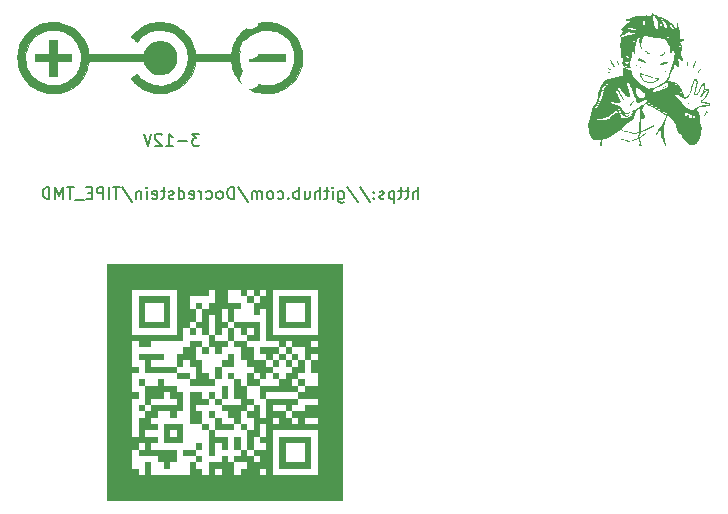
<source format=gbo>
%TF.GenerationSoftware,KiCad,Pcbnew,(6.0.10)*%
%TF.CreationDate,2023-02-17T01:50:23+01:00*%
%TF.ProjectId,base,62617365-2e6b-4696-9361-645f70636258,rev?*%
%TF.SameCoordinates,Original*%
%TF.FileFunction,Legend,Bot*%
%TF.FilePolarity,Positive*%
%FSLAX46Y46*%
G04 Gerber Fmt 4.6, Leading zero omitted, Abs format (unit mm)*
G04 Created by KiCad (PCBNEW (6.0.10)) date 2023-02-17 01:50:23*
%MOMM*%
%LPD*%
G01*
G04 APERTURE LIST*
%ADD10C,0.150000*%
%ADD11C,0.010000*%
%ADD12C,3.000000*%
%ADD13R,1.700000X1.700000*%
%ADD14C,1.700000*%
%ADD15C,3.500000*%
%ADD16R,6.600000X3.300000*%
%ADD17O,6.600000X3.300000*%
%ADD18R,2.000000X4.600000*%
%ADD19O,2.000000X4.200000*%
%ADD20O,4.200000X2.000000*%
%ADD21O,1.700000X1.700000*%
G04 APERTURE END LIST*
D10*
X133333333Y-79952380D02*
X132714285Y-79952380D01*
X133047619Y-80333333D01*
X132904761Y-80333333D01*
X132809523Y-80380952D01*
X132761904Y-80428571D01*
X132714285Y-80523809D01*
X132714285Y-80761904D01*
X132761904Y-80857142D01*
X132809523Y-80904761D01*
X132904761Y-80952380D01*
X133190476Y-80952380D01*
X133285714Y-80904761D01*
X133333333Y-80857142D01*
X132285714Y-80571428D02*
X131523809Y-80571428D01*
X130523809Y-80952380D02*
X131095238Y-80952380D01*
X130809523Y-80952380D02*
X130809523Y-79952380D01*
X130904761Y-80095238D01*
X131000000Y-80190476D01*
X131095238Y-80238095D01*
X130142857Y-80047619D02*
X130095238Y-80000000D01*
X130000000Y-79952380D01*
X129761904Y-79952380D01*
X129666666Y-80000000D01*
X129619047Y-80047619D01*
X129571428Y-80142857D01*
X129571428Y-80238095D01*
X129619047Y-80380952D01*
X130190476Y-80952380D01*
X129571428Y-80952380D01*
X129285714Y-79952380D02*
X128952380Y-80952380D01*
X128619047Y-79952380D01*
X151880952Y-85452380D02*
X151880952Y-84452380D01*
X151452380Y-85452380D02*
X151452380Y-84928571D01*
X151500000Y-84833333D01*
X151595238Y-84785714D01*
X151738095Y-84785714D01*
X151833333Y-84833333D01*
X151880952Y-84880952D01*
X151119047Y-84785714D02*
X150738095Y-84785714D01*
X150976190Y-84452380D02*
X150976190Y-85309523D01*
X150928571Y-85404761D01*
X150833333Y-85452380D01*
X150738095Y-85452380D01*
X150547619Y-84785714D02*
X150166666Y-84785714D01*
X150404761Y-84452380D02*
X150404761Y-85309523D01*
X150357142Y-85404761D01*
X150261904Y-85452380D01*
X150166666Y-85452380D01*
X149833333Y-84785714D02*
X149833333Y-85785714D01*
X149833333Y-84833333D02*
X149738095Y-84785714D01*
X149547619Y-84785714D01*
X149452380Y-84833333D01*
X149404761Y-84880952D01*
X149357142Y-84976190D01*
X149357142Y-85261904D01*
X149404761Y-85357142D01*
X149452380Y-85404761D01*
X149547619Y-85452380D01*
X149738095Y-85452380D01*
X149833333Y-85404761D01*
X148976190Y-85404761D02*
X148880952Y-85452380D01*
X148690476Y-85452380D01*
X148595238Y-85404761D01*
X148547619Y-85309523D01*
X148547619Y-85261904D01*
X148595238Y-85166666D01*
X148690476Y-85119047D01*
X148833333Y-85119047D01*
X148928571Y-85071428D01*
X148976190Y-84976190D01*
X148976190Y-84928571D01*
X148928571Y-84833333D01*
X148833333Y-84785714D01*
X148690476Y-84785714D01*
X148595238Y-84833333D01*
X148119047Y-85357142D02*
X148071428Y-85404761D01*
X148119047Y-85452380D01*
X148166666Y-85404761D01*
X148119047Y-85357142D01*
X148119047Y-85452380D01*
X148119047Y-84833333D02*
X148071428Y-84880952D01*
X148119047Y-84928571D01*
X148166666Y-84880952D01*
X148119047Y-84833333D01*
X148119047Y-84928571D01*
X146928571Y-84404761D02*
X147785714Y-85690476D01*
X145880952Y-84404761D02*
X146738095Y-85690476D01*
X145119047Y-84785714D02*
X145119047Y-85595238D01*
X145166666Y-85690476D01*
X145214285Y-85738095D01*
X145309523Y-85785714D01*
X145452380Y-85785714D01*
X145547619Y-85738095D01*
X145119047Y-85404761D02*
X145214285Y-85452380D01*
X145404761Y-85452380D01*
X145500000Y-85404761D01*
X145547619Y-85357142D01*
X145595238Y-85261904D01*
X145595238Y-84976190D01*
X145547619Y-84880952D01*
X145500000Y-84833333D01*
X145404761Y-84785714D01*
X145214285Y-84785714D01*
X145119047Y-84833333D01*
X144642857Y-85452380D02*
X144642857Y-84785714D01*
X144642857Y-84452380D02*
X144690476Y-84500000D01*
X144642857Y-84547619D01*
X144595238Y-84500000D01*
X144642857Y-84452380D01*
X144642857Y-84547619D01*
X144309523Y-84785714D02*
X143928571Y-84785714D01*
X144166666Y-84452380D02*
X144166666Y-85309523D01*
X144119047Y-85404761D01*
X144023809Y-85452380D01*
X143928571Y-85452380D01*
X143595238Y-85452380D02*
X143595238Y-84452380D01*
X143166666Y-85452380D02*
X143166666Y-84928571D01*
X143214285Y-84833333D01*
X143309523Y-84785714D01*
X143452380Y-84785714D01*
X143547619Y-84833333D01*
X143595238Y-84880952D01*
X142261904Y-84785714D02*
X142261904Y-85452380D01*
X142690476Y-84785714D02*
X142690476Y-85309523D01*
X142642857Y-85404761D01*
X142547619Y-85452380D01*
X142404761Y-85452380D01*
X142309523Y-85404761D01*
X142261904Y-85357142D01*
X141785714Y-85452380D02*
X141785714Y-84452380D01*
X141785714Y-84833333D02*
X141690476Y-84785714D01*
X141500000Y-84785714D01*
X141404761Y-84833333D01*
X141357142Y-84880952D01*
X141309523Y-84976190D01*
X141309523Y-85261904D01*
X141357142Y-85357142D01*
X141404761Y-85404761D01*
X141500000Y-85452380D01*
X141690476Y-85452380D01*
X141785714Y-85404761D01*
X140880952Y-85357142D02*
X140833333Y-85404761D01*
X140880952Y-85452380D01*
X140928571Y-85404761D01*
X140880952Y-85357142D01*
X140880952Y-85452380D01*
X139976190Y-85404761D02*
X140071428Y-85452380D01*
X140261904Y-85452380D01*
X140357142Y-85404761D01*
X140404761Y-85357142D01*
X140452380Y-85261904D01*
X140452380Y-84976190D01*
X140404761Y-84880952D01*
X140357142Y-84833333D01*
X140261904Y-84785714D01*
X140071428Y-84785714D01*
X139976190Y-84833333D01*
X139404761Y-85452380D02*
X139500000Y-85404761D01*
X139547619Y-85357142D01*
X139595238Y-85261904D01*
X139595238Y-84976190D01*
X139547619Y-84880952D01*
X139500000Y-84833333D01*
X139404761Y-84785714D01*
X139261904Y-84785714D01*
X139166666Y-84833333D01*
X139119047Y-84880952D01*
X139071428Y-84976190D01*
X139071428Y-85261904D01*
X139119047Y-85357142D01*
X139166666Y-85404761D01*
X139261904Y-85452380D01*
X139404761Y-85452380D01*
X138642857Y-85452380D02*
X138642857Y-84785714D01*
X138642857Y-84880952D02*
X138595238Y-84833333D01*
X138500000Y-84785714D01*
X138357142Y-84785714D01*
X138261904Y-84833333D01*
X138214285Y-84928571D01*
X138214285Y-85452380D01*
X138214285Y-84928571D02*
X138166666Y-84833333D01*
X138071428Y-84785714D01*
X137928571Y-84785714D01*
X137833333Y-84833333D01*
X137785714Y-84928571D01*
X137785714Y-85452380D01*
X136595238Y-84404761D02*
X137452380Y-85690476D01*
X136261904Y-85452380D02*
X136261904Y-84452380D01*
X136023809Y-84452380D01*
X135880952Y-84500000D01*
X135785714Y-84595238D01*
X135738095Y-84690476D01*
X135690476Y-84880952D01*
X135690476Y-85023809D01*
X135738095Y-85214285D01*
X135785714Y-85309523D01*
X135880952Y-85404761D01*
X136023809Y-85452380D01*
X136261904Y-85452380D01*
X135119047Y-85452380D02*
X135214285Y-85404761D01*
X135261904Y-85357142D01*
X135309523Y-85261904D01*
X135309523Y-84976190D01*
X135261904Y-84880952D01*
X135214285Y-84833333D01*
X135119047Y-84785714D01*
X134976190Y-84785714D01*
X134880952Y-84833333D01*
X134833333Y-84880952D01*
X134785714Y-84976190D01*
X134785714Y-85261904D01*
X134833333Y-85357142D01*
X134880952Y-85404761D01*
X134976190Y-85452380D01*
X135119047Y-85452380D01*
X133928571Y-85404761D02*
X134023809Y-85452380D01*
X134214285Y-85452380D01*
X134309523Y-85404761D01*
X134357142Y-85357142D01*
X134404761Y-85261904D01*
X134404761Y-84976190D01*
X134357142Y-84880952D01*
X134309523Y-84833333D01*
X134214285Y-84785714D01*
X134023809Y-84785714D01*
X133928571Y-84833333D01*
X133500000Y-85452380D02*
X133500000Y-84785714D01*
X133500000Y-84976190D02*
X133452380Y-84880952D01*
X133404761Y-84833333D01*
X133309523Y-84785714D01*
X133214285Y-84785714D01*
X132500000Y-85404761D02*
X132595238Y-85452380D01*
X132785714Y-85452380D01*
X132880952Y-85404761D01*
X132928571Y-85309523D01*
X132928571Y-84928571D01*
X132880952Y-84833333D01*
X132785714Y-84785714D01*
X132595238Y-84785714D01*
X132500000Y-84833333D01*
X132452380Y-84928571D01*
X132452380Y-85023809D01*
X132928571Y-85119047D01*
X131595238Y-85452380D02*
X131595238Y-84452380D01*
X131595238Y-85404761D02*
X131690476Y-85452380D01*
X131880952Y-85452380D01*
X131976190Y-85404761D01*
X132023809Y-85357142D01*
X132071428Y-85261904D01*
X132071428Y-84976190D01*
X132023809Y-84880952D01*
X131976190Y-84833333D01*
X131880952Y-84785714D01*
X131690476Y-84785714D01*
X131595238Y-84833333D01*
X131166666Y-85404761D02*
X131071428Y-85452380D01*
X130880952Y-85452380D01*
X130785714Y-85404761D01*
X130738095Y-85309523D01*
X130738095Y-85261904D01*
X130785714Y-85166666D01*
X130880952Y-85119047D01*
X131023809Y-85119047D01*
X131119047Y-85071428D01*
X131166666Y-84976190D01*
X131166666Y-84928571D01*
X131119047Y-84833333D01*
X131023809Y-84785714D01*
X130880952Y-84785714D01*
X130785714Y-84833333D01*
X130452380Y-84785714D02*
X130071428Y-84785714D01*
X130309523Y-84452380D02*
X130309523Y-85309523D01*
X130261904Y-85404761D01*
X130166666Y-85452380D01*
X130071428Y-85452380D01*
X129357142Y-85404761D02*
X129452380Y-85452380D01*
X129642857Y-85452380D01*
X129738095Y-85404761D01*
X129785714Y-85309523D01*
X129785714Y-84928571D01*
X129738095Y-84833333D01*
X129642857Y-84785714D01*
X129452380Y-84785714D01*
X129357142Y-84833333D01*
X129309523Y-84928571D01*
X129309523Y-85023809D01*
X129785714Y-85119047D01*
X128880952Y-85452380D02*
X128880952Y-84785714D01*
X128880952Y-84452380D02*
X128928571Y-84500000D01*
X128880952Y-84547619D01*
X128833333Y-84500000D01*
X128880952Y-84452380D01*
X128880952Y-84547619D01*
X128404761Y-84785714D02*
X128404761Y-85452380D01*
X128404761Y-84880952D02*
X128357142Y-84833333D01*
X128261904Y-84785714D01*
X128119047Y-84785714D01*
X128023809Y-84833333D01*
X127976190Y-84928571D01*
X127976190Y-85452380D01*
X126785714Y-84404761D02*
X127642857Y-85690476D01*
X126595238Y-84452380D02*
X126023809Y-84452380D01*
X126309523Y-85452380D02*
X126309523Y-84452380D01*
X125690476Y-85452380D02*
X125690476Y-84452380D01*
X125214285Y-85452380D02*
X125214285Y-84452380D01*
X124833333Y-84452380D01*
X124738095Y-84500000D01*
X124690476Y-84547619D01*
X124642857Y-84642857D01*
X124642857Y-84785714D01*
X124690476Y-84880952D01*
X124738095Y-84928571D01*
X124833333Y-84976190D01*
X125214285Y-84976190D01*
X124214285Y-84928571D02*
X123880952Y-84928571D01*
X123738095Y-85452380D02*
X124214285Y-85452380D01*
X124214285Y-84452380D01*
X123738095Y-84452380D01*
X123547619Y-85547619D02*
X122785714Y-85547619D01*
X122690476Y-84452380D02*
X122119047Y-84452380D01*
X122404761Y-85452380D02*
X122404761Y-84452380D01*
X121785714Y-85452380D02*
X121785714Y-84452380D01*
X121452380Y-85166666D01*
X121119047Y-84452380D01*
X121119047Y-85452380D01*
X120642857Y-85452380D02*
X120642857Y-84452380D01*
X120404761Y-84452380D01*
X120261904Y-84500000D01*
X120166666Y-84595238D01*
X120119047Y-84690476D01*
X120071428Y-84880952D01*
X120071428Y-85023809D01*
X120119047Y-85214285D01*
X120166666Y-85309523D01*
X120261904Y-85404761D01*
X120404761Y-85452380D01*
X120642857Y-85452380D01*
%TO.C,G\u002A\u002A\u002A*%
G36*
X172604348Y-75876276D02*
G01*
X172592344Y-75888280D01*
X172580340Y-75876276D01*
X172592344Y-75864272D01*
X172604348Y-75876276D01*
G37*
G36*
X172375014Y-75994825D02*
G01*
X172406716Y-76032325D01*
X172424007Y-76063219D01*
X172428216Y-76080340D01*
X172411080Y-76067725D01*
X172376276Y-76032325D01*
X172352298Y-75998989D01*
X172354777Y-75984310D01*
X172375014Y-75994825D01*
G37*
G36*
X174866797Y-78481794D02*
G01*
X174885066Y-78505104D01*
X174884369Y-78510842D01*
X174861059Y-78529111D01*
X174855320Y-78528414D01*
X174837051Y-78505104D01*
X174837749Y-78499365D01*
X174861059Y-78481096D01*
X174866797Y-78481794D01*
G37*
G36*
X168667108Y-78012949D02*
G01*
X168655104Y-78024953D01*
X168643100Y-78012949D01*
X168655104Y-78000945D01*
X168667108Y-78012949D01*
G37*
G36*
X176344620Y-77848860D02*
G01*
X176342991Y-77901009D01*
X176321782Y-77983087D01*
X176282724Y-78088590D01*
X176227549Y-78211011D01*
X176204824Y-78256440D01*
X176162256Y-78334781D01*
X176128134Y-78388886D01*
X176108289Y-78409074D01*
X176103729Y-78408715D01*
X176085444Y-78391281D01*
X176086443Y-78386839D01*
X176101532Y-78348435D01*
X176130601Y-78282156D01*
X176168278Y-78199649D01*
X176209188Y-78112565D01*
X176247957Y-78032553D01*
X176279211Y-77971261D01*
X176290288Y-77944129D01*
X176301512Y-77881233D01*
X176306574Y-77852988D01*
X176328192Y-77832892D01*
X176344620Y-77848860D01*
G37*
G36*
X172111644Y-75435706D02*
G01*
X172020787Y-75501310D01*
X171929792Y-75557253D01*
X171848110Y-75595995D01*
X171791294Y-75607322D01*
X171697240Y-75613899D01*
X171580858Y-75615339D01*
X171455138Y-75611997D01*
X171333075Y-75604230D01*
X171227662Y-75592398D01*
X171151890Y-75576855D01*
X171102133Y-75555547D01*
X171005734Y-75488119D01*
X170906277Y-75390748D01*
X170812888Y-75272901D01*
X170734694Y-75144045D01*
X170722822Y-75120117D01*
X170680340Y-75014802D01*
X170655394Y-74917768D01*
X170655073Y-74913022D01*
X170731758Y-74913022D01*
X170733945Y-74928025D01*
X170753706Y-74986496D01*
X170788819Y-75067241D01*
X170832898Y-75156962D01*
X170879561Y-75242359D01*
X170922420Y-75310134D01*
X170960558Y-75354613D01*
X171065762Y-75435007D01*
X171200761Y-75500198D01*
X171353674Y-75543749D01*
X171356437Y-75544285D01*
X171444031Y-75561004D01*
X171503105Y-75569301D01*
X171551943Y-75569166D01*
X171608833Y-75560587D01*
X171692061Y-75543555D01*
X171737721Y-75532633D01*
X171914018Y-75464969D01*
X172072048Y-75365420D01*
X172081754Y-75357280D01*
X172107435Y-75319751D01*
X172089795Y-75289942D01*
X172027334Y-75266715D01*
X171918551Y-75248931D01*
X171853738Y-75237681D01*
X171746993Y-75212226D01*
X171623858Y-75177689D01*
X171500000Y-75138215D01*
X171391735Y-75101948D01*
X171289452Y-75068923D01*
X171209704Y-75044492D01*
X171163894Y-75032251D01*
X171118851Y-75021292D01*
X171055860Y-75000424D01*
X171038526Y-74993372D01*
X170975217Y-74968483D01*
X170899811Y-74939580D01*
X170866038Y-74926773D01*
X170801079Y-74901985D01*
X170761768Y-74886763D01*
X170746206Y-74886147D01*
X170731758Y-74913022D01*
X170655073Y-74913022D01*
X170650134Y-74840119D01*
X170666711Y-74792961D01*
X170682160Y-74790271D01*
X170731406Y-74802315D01*
X170798306Y-74830306D01*
X170802909Y-74832511D01*
X170871225Y-74861214D01*
X170974296Y-74900230D01*
X171102011Y-74946108D01*
X171244259Y-74995393D01*
X171390932Y-75044633D01*
X171531918Y-75090374D01*
X171657107Y-75129163D01*
X171756389Y-75157547D01*
X171767724Y-75160377D01*
X171858731Y-75176478D01*
X171972276Y-75188978D01*
X172086493Y-75195370D01*
X172122098Y-75196297D01*
X172210030Y-75200523D01*
X172261703Y-75208140D01*
X172286112Y-75221173D01*
X172292250Y-75241644D01*
X172288855Y-75256350D01*
X172255130Y-75305685D01*
X172241082Y-75319751D01*
X172192909Y-75367984D01*
X172111644Y-75435706D01*
G37*
G36*
X171884121Y-76308412D02*
G01*
X171872117Y-76320416D01*
X171860114Y-76308412D01*
X171872117Y-76296408D01*
X171884121Y-76308412D01*
G37*
G36*
X172820416Y-75936295D02*
G01*
X172818683Y-75949004D01*
X172804411Y-75952300D01*
X172801538Y-75948781D01*
X172804411Y-75920290D01*
X172811632Y-75916534D01*
X172820416Y-75936295D01*
G37*
G36*
X175365218Y-73798450D02*
G01*
X175363876Y-73811658D01*
X175351673Y-73869264D01*
X175329747Y-73954136D01*
X175301779Y-74053450D01*
X175271451Y-74154379D01*
X175242445Y-74244098D01*
X175218441Y-74309782D01*
X175189529Y-74354348D01*
X175146237Y-74375803D01*
X175121226Y-74374789D01*
X175101135Y-74369801D01*
X175103315Y-74358565D01*
X175118005Y-74308824D01*
X175143127Y-74231706D01*
X175174655Y-74138817D01*
X175208564Y-74041759D01*
X175240829Y-73952140D01*
X175267426Y-73881564D01*
X175284327Y-73841635D01*
X175293219Y-73825878D01*
X175326158Y-73786178D01*
X175353688Y-73775151D01*
X175365218Y-73798450D01*
G37*
G36*
X170216577Y-74219103D02*
G01*
X170257609Y-74251097D01*
X170278848Y-74273442D01*
X170292357Y-74297547D01*
X170271885Y-74303781D01*
X170253950Y-74300757D01*
X170214104Y-74277061D01*
X170187446Y-74242987D01*
X170188834Y-74214506D01*
X170189509Y-74213912D01*
X170216577Y-74219103D01*
G37*
G36*
X173006353Y-74637406D02*
G01*
X173038994Y-74673932D01*
X173063990Y-74714420D01*
X173068363Y-74742603D01*
X173066935Y-74744197D01*
X173043689Y-74736219D01*
X173007826Y-74699445D01*
X173003988Y-74694466D01*
X172976601Y-74649451D01*
X172973128Y-74623217D01*
X172979045Y-74621111D01*
X173006353Y-74637406D01*
G37*
G36*
X168030897Y-74386827D02*
G01*
X168095935Y-74415399D01*
X168153770Y-74453187D01*
X168191688Y-74491852D01*
X168196977Y-74523057D01*
X168193610Y-74528351D01*
X168180963Y-74540055D01*
X168158899Y-74538363D01*
X168116316Y-74520436D01*
X168042113Y-74483433D01*
X167971706Y-74443286D01*
X167930065Y-74407518D01*
X167929761Y-74384163D01*
X167972467Y-74375803D01*
X168030897Y-74386827D01*
G37*
G36*
X174909074Y-78397070D02*
G01*
X174897070Y-78409074D01*
X174885066Y-78397070D01*
X174897070Y-78385066D01*
X174909074Y-78397070D01*
G37*
G36*
X170680083Y-74271583D02*
G01*
X170723778Y-74301137D01*
X170762183Y-74338369D01*
X170779019Y-74370646D01*
X170771019Y-74388864D01*
X170735786Y-74377959D01*
X170721924Y-74369843D01*
X170674850Y-74331638D01*
X170644573Y-74291946D01*
X170642669Y-74264830D01*
X170647373Y-74262340D01*
X170680083Y-74271583D01*
G37*
G36*
X167442722Y-76368431D02*
G01*
X167440990Y-76381140D01*
X167426717Y-76384436D01*
X167423844Y-76380917D01*
X167426717Y-76352426D01*
X167433938Y-76348670D01*
X167442722Y-76368431D01*
G37*
G36*
X172076182Y-76260397D02*
G01*
X172064178Y-76272401D01*
X172052174Y-76260397D01*
X172064178Y-76248393D01*
X172076182Y-76260397D01*
G37*
G36*
X166962571Y-77628828D02*
G01*
X166950567Y-77640832D01*
X166938563Y-77628828D01*
X166950567Y-77616824D01*
X166962571Y-77628828D01*
G37*
G36*
X167466730Y-76523063D02*
G01*
X167463792Y-76540950D01*
X167442722Y-76560491D01*
X167437026Y-76559845D01*
X167418715Y-76537901D01*
X167419630Y-76531165D01*
X167442722Y-76500472D01*
X167455091Y-76498214D01*
X167466730Y-76523063D01*
G37*
G36*
X168762983Y-73752838D02*
G01*
X168782447Y-73783544D01*
X168809776Y-73847820D01*
X168840920Y-73935371D01*
X168871831Y-74035902D01*
X168875601Y-74050364D01*
X168874488Y-74081715D01*
X168844159Y-74083719D01*
X168820742Y-74071227D01*
X168786552Y-74026166D01*
X168757725Y-73960988D01*
X168737459Y-73888320D01*
X168728953Y-73820784D01*
X168735405Y-73771005D01*
X168760013Y-73751607D01*
X168762983Y-73752838D01*
G37*
G36*
X167346692Y-76848582D02*
G01*
X167344959Y-76861292D01*
X167330687Y-76864587D01*
X167327814Y-76861068D01*
X167330687Y-76832577D01*
X167337908Y-76828821D01*
X167346692Y-76848582D01*
G37*
G36*
X172773903Y-73023788D02*
G01*
X172778565Y-73053694D01*
X172756941Y-73107814D01*
X172714944Y-73173650D01*
X172660517Y-73240401D01*
X172601602Y-73297269D01*
X172546143Y-73333455D01*
X172472742Y-73359520D01*
X172409355Y-73361971D01*
X172365145Y-73332526D01*
X172348847Y-73305873D01*
X172354573Y-73274256D01*
X172397835Y-73244529D01*
X172483528Y-73211696D01*
X172573520Y-73170878D01*
X172673597Y-73083821D01*
X172714434Y-73037439D01*
X172748577Y-73014660D01*
X172773903Y-73023788D01*
G37*
G36*
X174722579Y-77201452D02*
G01*
X174749846Y-77250685D01*
X174781588Y-77318889D01*
X174811469Y-77392361D01*
X174833153Y-77457399D01*
X174840276Y-77483598D01*
X174849439Y-77526043D01*
X174841673Y-77532394D01*
X174814358Y-77509979D01*
X174785433Y-77475691D01*
X174757219Y-77417325D01*
X174755790Y-77411505D01*
X174740107Y-77348871D01*
X174721212Y-77274716D01*
X174716657Y-77256260D01*
X174706629Y-77205196D01*
X174707050Y-77184688D01*
X174722579Y-77201452D01*
G37*
G36*
X172940454Y-75708223D02*
G01*
X172928450Y-75720227D01*
X172916446Y-75708223D01*
X172928450Y-75696219D01*
X172940454Y-75708223D01*
G37*
G36*
X172556333Y-75924291D02*
G01*
X172544329Y-75936295D01*
X172532325Y-75924291D01*
X172544329Y-75912287D01*
X172556333Y-75924291D01*
G37*
G36*
X167514745Y-76428450D02*
G01*
X167502741Y-76440454D01*
X167490737Y-76428450D01*
X167502741Y-76416446D01*
X167514745Y-76428450D01*
G37*
G36*
X167634783Y-78673157D02*
G01*
X167633050Y-78685866D01*
X167618778Y-78689162D01*
X167615904Y-78685643D01*
X167618778Y-78657152D01*
X167625999Y-78653396D01*
X167634783Y-78673157D01*
G37*
G36*
X169154265Y-80365769D02*
G01*
X169265699Y-80399755D01*
X169284582Y-80406185D01*
X169380316Y-80437509D01*
X169495831Y-80473924D01*
X169610196Y-80508802D01*
X169648599Y-80520660D01*
X169737112Y-80552065D01*
X169791639Y-80578288D01*
X169805794Y-80596469D01*
X169792475Y-80604506D01*
X169739169Y-80606534D01*
X169656229Y-80595111D01*
X169553242Y-80573053D01*
X169439796Y-80543173D01*
X169325478Y-80508286D01*
X169219875Y-80471207D01*
X169132574Y-80434750D01*
X169073163Y-80401729D01*
X169051229Y-80374958D01*
X169052893Y-80367026D01*
X169083708Y-80354903D01*
X169154265Y-80365769D01*
G37*
G36*
X172964461Y-73844636D02*
G01*
X172973982Y-73850084D01*
X172986387Y-73886298D01*
X172985056Y-73938275D01*
X172969261Y-73984739D01*
X172953368Y-73995795D01*
X172897782Y-74018318D01*
X172813555Y-74044998D01*
X172711547Y-74072151D01*
X172661824Y-74084296D01*
X172562964Y-74108373D01*
X172498333Y-74123377D01*
X172458938Y-74130733D01*
X172435788Y-74131864D01*
X172419888Y-74128197D01*
X172402247Y-74121155D01*
X172379137Y-74100939D01*
X172364272Y-74051995D01*
X172375120Y-74014126D01*
X172414174Y-73978011D01*
X172490312Y-73936150D01*
X172618276Y-73879740D01*
X172731066Y-73846543D01*
X172840560Y-73835980D01*
X172964461Y-73844636D01*
G37*
G36*
X174957089Y-78565123D02*
G01*
X174945085Y-78577127D01*
X174933081Y-78565123D01*
X174945085Y-78553119D01*
X174957089Y-78565123D01*
G37*
G36*
X172812827Y-74653798D02*
G01*
X172844424Y-74687902D01*
X172844929Y-74688549D01*
X172877747Y-74737640D01*
X172891371Y-74771928D01*
X172891148Y-74773984D01*
X172876020Y-74770020D01*
X172844424Y-74735917D01*
X172843918Y-74735269D01*
X172811101Y-74686178D01*
X172797476Y-74651890D01*
X172797699Y-74649834D01*
X172812827Y-74653798D01*
G37*
G36*
X174666314Y-73833974D02*
G01*
X174675769Y-73851177D01*
X174686010Y-73906138D01*
X174691910Y-73983113D01*
X174692956Y-74066868D01*
X174688635Y-74142170D01*
X174678433Y-74193783D01*
X174667043Y-74212314D01*
X174630418Y-74231758D01*
X174622222Y-74230015D01*
X174607249Y-74207435D01*
X174599449Y-74152592D01*
X174597343Y-74057703D01*
X174599936Y-73967013D01*
X174611973Y-73877154D01*
X174634021Y-73833058D01*
X174666314Y-73833974D01*
G37*
G36*
X167280408Y-78697862D02*
G01*
X167298677Y-78721172D01*
X167297979Y-78726910D01*
X167274669Y-78745179D01*
X167268931Y-78744482D01*
X167250662Y-78721172D01*
X167251359Y-78715433D01*
X167274669Y-78697164D01*
X167280408Y-78697862D01*
G37*
G36*
X172508318Y-75984310D02*
G01*
X172506585Y-75997019D01*
X172492313Y-76000315D01*
X172489439Y-75996796D01*
X172492313Y-75968305D01*
X172499534Y-75964549D01*
X172508318Y-75984310D01*
G37*
G36*
X176399251Y-78049002D02*
G01*
X176409416Y-78069594D01*
X176406322Y-78113984D01*
X176393403Y-78161884D01*
X176374089Y-78193006D01*
X176361275Y-78208842D01*
X176338979Y-78253024D01*
X176323418Y-78280115D01*
X176308451Y-78270223D01*
X176305764Y-78254333D01*
X176319940Y-78210204D01*
X176339004Y-78174505D01*
X176358678Y-78114981D01*
X176376187Y-78069502D01*
X176398457Y-78048960D01*
X176399251Y-78049002D01*
G37*
G36*
X172904442Y-75776816D02*
G01*
X172925516Y-75800501D01*
X172940454Y-75826546D01*
X172930663Y-75841237D01*
X172905286Y-75832117D01*
X172883003Y-75802290D01*
X172870939Y-75766381D01*
X172874918Y-75752332D01*
X172904442Y-75776816D01*
G37*
G36*
X170399810Y-74185525D02*
G01*
X170467675Y-74255765D01*
X170476012Y-74264931D01*
X170532603Y-74330026D01*
X170572569Y-74380975D01*
X170587713Y-74407421D01*
X170579403Y-74423544D01*
X170548650Y-74410625D01*
X170499818Y-74364826D01*
X170437786Y-74289968D01*
X170425796Y-74274071D01*
X170372801Y-74198662D01*
X170351432Y-74158050D01*
X170360749Y-74153313D01*
X170399810Y-74185525D01*
G37*
G36*
X176277505Y-78349055D02*
G01*
X176265501Y-78361058D01*
X176253497Y-78349055D01*
X176265501Y-78337051D01*
X176277505Y-78349055D01*
G37*
G36*
X172273561Y-76177286D02*
G01*
X172304253Y-76200378D01*
X172306512Y-76212747D01*
X172281663Y-76224385D01*
X172263776Y-76221447D01*
X172244235Y-76200378D01*
X172244881Y-76194682D01*
X172266825Y-76176370D01*
X172273561Y-76177286D01*
G37*
G36*
X171109911Y-72850356D02*
G01*
X171175134Y-72889399D01*
X171259328Y-72953355D01*
X171265038Y-72958049D01*
X171338646Y-73017144D01*
X171401731Y-73065459D01*
X171441181Y-73092931D01*
X171464446Y-73113780D01*
X171469026Y-73158952D01*
X171467026Y-73163807D01*
X171431105Y-73199325D01*
X171375026Y-73193985D01*
X171301655Y-73148842D01*
X171213858Y-73064953D01*
X171207221Y-73057664D01*
X171144638Y-72986294D01*
X171094295Y-72924481D01*
X171066559Y-72884896D01*
X171055131Y-72853675D01*
X171068348Y-72837894D01*
X171109911Y-72850356D01*
G37*
G36*
X167514745Y-76308412D02*
G01*
X167502741Y-76320416D01*
X167490737Y-76308412D01*
X167502741Y-76296408D01*
X167514745Y-76308412D01*
G37*
G36*
X170104517Y-77227006D02*
G01*
X170065548Y-77275882D01*
X170055297Y-77286716D01*
X170011275Y-77335159D01*
X169949712Y-77404389D01*
X169880583Y-77483225D01*
X169846210Y-77521552D01*
X169788428Y-77580153D01*
X169746616Y-77614707D01*
X169728076Y-77618726D01*
X169727966Y-77613950D01*
X169744662Y-77576273D01*
X169782458Y-77515738D01*
X169833464Y-77443209D01*
X169889793Y-77369551D01*
X169943555Y-77305628D01*
X169986861Y-77262307D01*
X170030124Y-77229768D01*
X170080692Y-77202895D01*
X170107527Y-77202326D01*
X170104517Y-77227006D01*
G37*
G36*
X167514745Y-76200378D02*
G01*
X167513012Y-76213087D01*
X167498740Y-76216383D01*
X167495867Y-76212864D01*
X167498740Y-76184373D01*
X167505961Y-76180617D01*
X167514745Y-76200378D01*
G37*
G36*
X168631097Y-78096975D02*
G01*
X168651231Y-78115115D01*
X168667108Y-78135173D01*
X168662348Y-78137463D01*
X168631097Y-78129665D01*
X168614261Y-78120358D01*
X168595085Y-78091467D01*
X168601851Y-78082367D01*
X168631097Y-78096975D01*
G37*
G36*
X167953757Y-74688552D02*
G01*
X168008958Y-74702901D01*
X168069697Y-74729606D01*
X168118762Y-74760068D01*
X168138942Y-74785690D01*
X168120590Y-74803974D01*
X168073455Y-74806788D01*
X168013832Y-74794689D01*
X167958040Y-74769167D01*
X167951594Y-74764851D01*
X167907673Y-74725421D01*
X167904569Y-74698111D01*
X167943193Y-74687902D01*
X167953757Y-74688552D01*
G37*
G36*
X172748393Y-75876276D02*
G01*
X172736390Y-75888280D01*
X172724386Y-75876276D01*
X172736390Y-75864272D01*
X172748393Y-75876276D01*
G37*
G36*
X167982694Y-78610531D02*
G01*
X167946639Y-78627725D01*
X167923850Y-78634014D01*
X167881487Y-78643924D01*
X167878125Y-78637648D01*
X167908405Y-78613143D01*
X167942867Y-78595109D01*
X167980185Y-78594876D01*
X167982694Y-78610531D01*
G37*
G36*
X174583068Y-78314928D02*
G01*
X174584972Y-78337051D01*
X174580044Y-78344235D01*
X174559547Y-78361058D01*
X174557151Y-78360434D01*
X174548960Y-78337051D01*
X174549937Y-78330471D01*
X174574385Y-78313043D01*
X174583068Y-78314928D01*
G37*
G36*
X171908129Y-76212382D02*
G01*
X171896125Y-76224385D01*
X171884121Y-76212382D01*
X171896125Y-76200378D01*
X171908129Y-76212382D01*
G37*
G36*
X172652363Y-76020321D02*
G01*
X172640359Y-76032325D01*
X172628356Y-76020321D01*
X172640359Y-76008317D01*
X172652363Y-76020321D01*
G37*
G36*
X175796102Y-74458369D02*
G01*
X175786952Y-74492771D01*
X175750064Y-74555715D01*
X175683599Y-74651087D01*
X175673467Y-74664931D01*
X175603632Y-74751650D01*
X175552095Y-74798569D01*
X175520194Y-74804781D01*
X175509263Y-74769381D01*
X175509515Y-74765425D01*
X175528636Y-74718264D01*
X175571205Y-74653281D01*
X175627392Y-74582150D01*
X175687365Y-74516547D01*
X175741294Y-74468146D01*
X175779348Y-74448625D01*
X175779350Y-74448625D01*
X175796102Y-74458369D01*
G37*
G36*
X172292250Y-76044329D02*
G01*
X172280246Y-76056333D01*
X172268242Y-76044329D01*
X172280246Y-76032325D01*
X172292250Y-76044329D01*
G37*
G36*
X168563075Y-78128985D02*
G01*
X168566831Y-78136206D01*
X168547070Y-78144990D01*
X168534361Y-78143258D01*
X168531065Y-78128985D01*
X168534584Y-78126112D01*
X168563075Y-78128985D01*
G37*
G36*
X168196675Y-73687735D02*
G01*
X168235133Y-73757609D01*
X168249057Y-73787122D01*
X168296338Y-73879633D01*
X168345405Y-73967675D01*
X168406574Y-74073212D01*
X168459458Y-74170970D01*
X168489532Y-74237168D01*
X168499055Y-74276344D01*
X168498223Y-74287821D01*
X168484892Y-74296145D01*
X168446112Y-74274484D01*
X168439959Y-74269832D01*
X168398577Y-74222964D01*
X168345966Y-74146384D01*
X168288540Y-74051632D01*
X168232710Y-73950249D01*
X168184892Y-73853777D01*
X168151498Y-73773755D01*
X168138942Y-73721725D01*
X168145264Y-73672948D01*
X168165595Y-73659096D01*
X168196675Y-73687735D01*
G37*
G36*
X170641090Y-73551853D02*
G01*
X170707580Y-73568259D01*
X170820056Y-73609565D01*
X170928419Y-73663848D01*
X171025908Y-73726015D01*
X171105762Y-73790974D01*
X171161219Y-73853631D01*
X171185518Y-73908894D01*
X171171897Y-73951670D01*
X171155229Y-73962337D01*
X171101917Y-73964059D01*
X171045747Y-73935887D01*
X171038512Y-73930385D01*
X170982884Y-73898888D01*
X170900148Y-73860670D01*
X170804356Y-73821282D01*
X170709564Y-73786274D01*
X170629826Y-73761199D01*
X170579196Y-73751607D01*
X170555684Y-73750390D01*
X170501820Y-73728891D01*
X170488265Y-73682270D01*
X170516036Y-73612764D01*
X170548924Y-73566123D01*
X170585232Y-73546653D01*
X170641090Y-73551853D01*
G37*
G36*
X167298677Y-76919188D02*
G01*
X167297754Y-76926156D01*
X167274669Y-76944612D01*
X167269236Y-76944337D01*
X167250662Y-76934025D01*
X167251767Y-76930174D01*
X167274669Y-76908601D01*
X167283969Y-76904850D01*
X167298677Y-76919188D01*
G37*
G36*
X174620983Y-78253024D02*
G01*
X174608979Y-78265028D01*
X174596976Y-78253024D01*
X174608979Y-78241021D01*
X174620983Y-78253024D01*
G37*
G36*
X167778828Y-78673157D02*
G01*
X167777096Y-78685866D01*
X167762823Y-78689162D01*
X167759950Y-78685643D01*
X167762823Y-78657152D01*
X167770044Y-78653396D01*
X167778828Y-78673157D01*
G37*
G36*
X174191605Y-72796176D02*
G01*
X174191541Y-72796343D01*
X174175296Y-72847347D01*
X174153186Y-72927745D01*
X174129979Y-73020206D01*
X174090515Y-73185277D01*
X174089603Y-73189090D01*
X174151229Y-73311784D01*
X174177087Y-73364707D01*
X174202873Y-73421682D01*
X174212855Y-73449998D01*
X174212965Y-73451083D01*
X174224302Y-73482756D01*
X174250619Y-73544297D01*
X174286726Y-73623519D01*
X174292062Y-73635056D01*
X174330669Y-73732283D01*
X174341934Y-73793417D01*
X174326571Y-73817156D01*
X174285294Y-73802197D01*
X174218821Y-73747236D01*
X174216716Y-73745230D01*
X174140842Y-73679649D01*
X174061283Y-73621390D01*
X173987974Y-73576547D01*
X173930851Y-73551219D01*
X173899848Y-73551502D01*
X173894344Y-73566210D01*
X173892668Y-73618968D01*
X173900833Y-73691588D01*
X173910203Y-73756984D01*
X173920999Y-73863547D01*
X173928996Y-73979129D01*
X173933759Y-74092375D01*
X173934852Y-74191929D01*
X173931842Y-74266436D01*
X173924294Y-74304541D01*
X173914329Y-74311200D01*
X173883767Y-74298962D01*
X173832137Y-74254938D01*
X173755328Y-74175998D01*
X173703142Y-74120950D01*
X173633112Y-74053554D01*
X173587225Y-74022705D01*
X173561767Y-74027791D01*
X173553024Y-74068197D01*
X173557284Y-74143311D01*
X173560472Y-74192295D01*
X173561352Y-74205807D01*
X173556664Y-74265081D01*
X173538904Y-74325598D01*
X173504275Y-74396752D01*
X173480583Y-74435822D01*
X173448981Y-74487936D01*
X173369224Y-74608545D01*
X173362406Y-74618724D01*
X173269719Y-74774468D01*
X173208223Y-74920750D01*
X173170502Y-75074974D01*
X173162441Y-75109423D01*
X173133777Y-75193785D01*
X173096088Y-75279038D01*
X173091503Y-75288117D01*
X173052816Y-75372175D01*
X173039889Y-75423511D01*
X173052499Y-75449157D01*
X173090419Y-75456144D01*
X173095605Y-75456350D01*
X173149770Y-75465757D01*
X173231242Y-75486379D01*
X173324493Y-75514352D01*
X173430287Y-75548292D01*
X173559415Y-75589282D01*
X173672684Y-75624828D01*
X173762150Y-75655372D01*
X173828648Y-75689050D01*
X173883699Y-75736066D01*
X173945534Y-75808706D01*
X173994888Y-75878100D01*
X174009673Y-75901683D01*
X174038899Y-75948299D01*
X174059166Y-75980626D01*
X174127547Y-76099227D01*
X174191611Y-76219837D01*
X174228610Y-76294105D01*
X174279491Y-76403377D01*
X174311496Y-76486269D01*
X174328127Y-76552507D01*
X174328497Y-76557113D01*
X174332892Y-76611817D01*
X174337934Y-76687580D01*
X174359438Y-76738751D01*
X174406757Y-76786429D01*
X174442170Y-76814615D01*
X174497580Y-76843261D01*
X174548247Y-76836547D01*
X174611744Y-76795228D01*
X174664251Y-76748269D01*
X174755852Y-76632075D01*
X174843124Y-76474670D01*
X174926828Y-76274357D01*
X175007728Y-76029439D01*
X175086586Y-75738219D01*
X175109379Y-75650158D01*
X175153321Y-75506697D01*
X175197307Y-75403679D01*
X175244316Y-75336184D01*
X175297331Y-75299294D01*
X175359330Y-75288091D01*
X175403503Y-75294003D01*
X175469227Y-75335476D01*
X175511321Y-75412855D01*
X175528731Y-75521723D01*
X175520404Y-75657663D01*
X175485287Y-75816257D01*
X175480305Y-75833653D01*
X175448479Y-75952007D01*
X175414774Y-76086886D01*
X175385704Y-76212382D01*
X175375805Y-76257396D01*
X175354122Y-76354899D01*
X175336436Y-76432994D01*
X175325847Y-76477925D01*
X175324889Y-76482208D01*
X175333158Y-76534896D01*
X175369975Y-76569515D01*
X175420196Y-76571107D01*
X175430792Y-76565106D01*
X175471242Y-76526444D01*
X175515210Y-76468661D01*
X175518070Y-76464260D01*
X175556235Y-76400052D01*
X175604625Y-76311649D01*
X175658519Y-76208544D01*
X175713199Y-76100227D01*
X175763943Y-75996191D01*
X175806033Y-75905927D01*
X175834748Y-75838929D01*
X175845369Y-75804687D01*
X175846331Y-75795511D01*
X175871205Y-75743968D01*
X175918508Y-75687831D01*
X175973143Y-75642706D01*
X176020010Y-75624196D01*
X176070792Y-75638997D01*
X176125910Y-75676396D01*
X176146194Y-75697760D01*
X176168393Y-75737822D01*
X176178719Y-75795720D01*
X176181113Y-75886463D01*
X176174523Y-75995486D01*
X176156981Y-76101073D01*
X176131702Y-76187338D01*
X176101898Y-76239942D01*
X176092674Y-76258145D01*
X176086030Y-76306411D01*
X176088649Y-76322358D01*
X176104158Y-76323773D01*
X176138255Y-76294332D01*
X176196225Y-76230387D01*
X176203041Y-76222599D01*
X176277081Y-76147450D01*
X176335196Y-76111763D01*
X176384188Y-76113191D01*
X176430859Y-76149385D01*
X176450113Y-76173125D01*
X176482828Y-76243957D01*
X176485401Y-76328687D01*
X176457252Y-76434652D01*
X176397805Y-76569189D01*
X176360473Y-76638672D01*
X176284042Y-76761383D01*
X176196523Y-76884460D01*
X176106215Y-76997155D01*
X176021419Y-77088721D01*
X175950435Y-77148414D01*
X175932182Y-77162014D01*
X175908803Y-77199895D01*
X175930411Y-77229728D01*
X175994753Y-77246524D01*
X176141247Y-77262269D01*
X176313228Y-77284585D01*
X176442606Y-77307718D01*
X176532559Y-77332988D01*
X176586265Y-77361713D01*
X176606904Y-77395214D01*
X176597655Y-77434809D01*
X176596267Y-77436623D01*
X176561695Y-77481818D01*
X176543707Y-77498620D01*
X176451783Y-77553048D01*
X176320723Y-77598227D01*
X176157073Y-77632270D01*
X175967375Y-77653289D01*
X175854524Y-77662190D01*
X175770823Y-77673155D01*
X175707947Y-77689436D01*
X175652042Y-77714667D01*
X175589256Y-77752482D01*
X175528276Y-77792747D01*
X175479820Y-77827479D01*
X175461248Y-77844706D01*
X175471243Y-77864708D01*
X175501895Y-77917879D01*
X175548258Y-77995459D01*
X175605293Y-78088908D01*
X175627545Y-78125311D01*
X175685753Y-78227026D01*
X175724220Y-78313162D01*
X175745243Y-78396295D01*
X175751115Y-78488999D01*
X175749045Y-78523057D01*
X175744134Y-78603851D01*
X175726595Y-78753426D01*
X175717994Y-78831257D01*
X175717124Y-78894807D01*
X175726764Y-78956779D01*
X175749345Y-79032562D01*
X175779979Y-79117297D01*
X175787300Y-79137547D01*
X175791599Y-79149102D01*
X175810449Y-79201323D01*
X175838974Y-79280345D01*
X175869301Y-79377779D01*
X175883689Y-79451266D01*
X175883247Y-79510669D01*
X175869083Y-79565849D01*
X175842308Y-79626668D01*
X175828447Y-79656735D01*
X175806607Y-79718789D01*
X175792148Y-79791224D01*
X175782974Y-79886581D01*
X175776989Y-80017400D01*
X175775216Y-80068272D01*
X175770239Y-80172870D01*
X175763185Y-80243172D01*
X175752014Y-80289113D01*
X175734684Y-80320628D01*
X175709156Y-80347651D01*
X175689505Y-80368111D01*
X175655382Y-80415610D01*
X175617112Y-80485502D01*
X175570702Y-80585396D01*
X175512154Y-80722904D01*
X175510420Y-80726999D01*
X175486999Y-80768741D01*
X175469664Y-80778233D01*
X175450814Y-80779278D01*
X175400502Y-80798748D01*
X175332519Y-80833428D01*
X175280230Y-80860294D01*
X175193046Y-80897155D01*
X175122191Y-80918241D01*
X175103267Y-80920801D01*
X174994705Y-80908954D01*
X174870675Y-80857498D01*
X174735470Y-80769587D01*
X174593382Y-80648373D01*
X174448706Y-80497010D01*
X174305734Y-80318649D01*
X174268660Y-80266846D01*
X174215229Y-80185774D01*
X174178499Y-80121455D01*
X174164839Y-80084477D01*
X174151114Y-80053743D01*
X174110150Y-79995552D01*
X174048497Y-79919630D01*
X173972779Y-79834591D01*
X173901604Y-79754937D01*
X173838857Y-79678385D01*
X173796356Y-79619097D01*
X173780718Y-79585650D01*
X173778354Y-79553067D01*
X173761695Y-79463959D01*
X173733304Y-79355760D01*
X173698193Y-79244987D01*
X173681589Y-79201323D01*
X174260870Y-79201323D01*
X174260872Y-79202219D01*
X174268021Y-79252484D01*
X174284877Y-79273346D01*
X174285176Y-79273340D01*
X174301931Y-79251893D01*
X174308885Y-79201323D01*
X174308883Y-79200427D01*
X174301734Y-79150162D01*
X174284877Y-79129300D01*
X174284579Y-79129306D01*
X174267824Y-79150754D01*
X174260870Y-79201323D01*
X173681589Y-79201323D01*
X173661371Y-79148157D01*
X173645785Y-79117297D01*
X174068809Y-79117297D01*
X174080813Y-79129300D01*
X174092817Y-79117297D01*
X174080813Y-79105293D01*
X174068809Y-79117297D01*
X173645785Y-79117297D01*
X173627852Y-79081789D01*
X173606237Y-79051804D01*
X173554813Y-78985441D01*
X173485042Y-78898227D01*
X173404371Y-78799214D01*
X173320246Y-78697459D01*
X173240116Y-78602015D01*
X173171427Y-78521939D01*
X173121626Y-78466284D01*
X173119196Y-78463667D01*
X173084759Y-78424999D01*
X173039641Y-78372801D01*
X172982779Y-78306134D01*
X172912864Y-78531658D01*
X172848384Y-78741483D01*
X172793549Y-78926097D01*
X172750875Y-79080271D01*
X172718849Y-79211781D01*
X172695954Y-79328402D01*
X172680676Y-79437911D01*
X172671498Y-79548081D01*
X172666905Y-79666690D01*
X172665383Y-79801512D01*
X172665546Y-79877925D01*
X172669390Y-80007452D01*
X172679684Y-80115907D01*
X172698515Y-80221311D01*
X172727971Y-80341682D01*
X172742344Y-80396361D01*
X172774958Y-80523027D01*
X172805192Y-80643543D01*
X172827973Y-80737807D01*
X172846923Y-80816940D01*
X172867037Y-80896605D01*
X172881204Y-80947873D01*
X172884674Y-80959932D01*
X172883477Y-80993606D01*
X172848350Y-81001890D01*
X172840855Y-81001479D01*
X172808549Y-80987061D01*
X172777220Y-80946939D01*
X172742589Y-80874170D01*
X172700378Y-80761815D01*
X172689199Y-80730833D01*
X172659827Y-80655691D01*
X172622336Y-80568656D01*
X172572189Y-80459419D01*
X172504846Y-80317675D01*
X172485598Y-80277295D01*
X172450994Y-80199521D01*
X172429523Y-80134966D01*
X172418042Y-80068321D01*
X172413413Y-79984279D01*
X172412494Y-79867533D01*
X172411470Y-79789105D01*
X172406841Y-79694674D01*
X172399146Y-79632102D01*
X172389115Y-79609452D01*
X172354471Y-79622304D01*
X172296588Y-79669616D01*
X172229475Y-79743640D01*
X172160741Y-79835802D01*
X172097997Y-79937525D01*
X172088808Y-79954032D01*
X172034910Y-80042930D01*
X171997022Y-80088763D01*
X171973960Y-80093014D01*
X171964922Y-80054389D01*
X171988755Y-79985344D01*
X171995019Y-79971859D01*
X172018615Y-79914643D01*
X172028166Y-79880024D01*
X172028586Y-79876764D01*
X172046142Y-79837462D01*
X172085347Y-79769481D01*
X172140482Y-79681404D01*
X172205826Y-79581810D01*
X172275659Y-79479281D01*
X172344261Y-79382398D01*
X172405911Y-79299743D01*
X172454889Y-79239895D01*
X172492863Y-79189117D01*
X172547392Y-79101400D01*
X172606970Y-78993984D01*
X172664094Y-78879781D01*
X172666851Y-78873928D01*
X172740712Y-78713065D01*
X172792948Y-78589531D01*
X172825169Y-78498812D01*
X172838984Y-78436390D01*
X172836004Y-78397753D01*
X172811653Y-78368576D01*
X172748649Y-78317923D01*
X172653022Y-78251416D01*
X172530094Y-78172295D01*
X172385181Y-78083800D01*
X172223603Y-77989170D01*
X172050677Y-77891646D01*
X171871724Y-77794468D01*
X171692061Y-77700876D01*
X171634254Y-77671389D01*
X171507006Y-77605680D01*
X171411763Y-77554812D01*
X171340435Y-77514248D01*
X171284931Y-77479453D01*
X171237159Y-77445894D01*
X171169853Y-77396132D01*
X171074296Y-77459368D01*
X171051532Y-77475324D01*
X170998867Y-77524693D01*
X170955412Y-77591755D01*
X170910945Y-77691007D01*
X170905317Y-77704864D01*
X170870587Y-77785222D01*
X170841360Y-77844803D01*
X170823467Y-77871574D01*
X170820385Y-77873679D01*
X170803959Y-77913087D01*
X170821249Y-77973767D01*
X170869802Y-78046458D01*
X170882866Y-78063062D01*
X170927144Y-78128217D01*
X170977860Y-78211823D01*
X171028552Y-78302100D01*
X171072760Y-78387267D01*
X171104022Y-78455542D01*
X171115865Y-78495101D01*
X171115879Y-78495147D01*
X171113075Y-78505134D01*
X171083094Y-78544698D01*
X171030885Y-78594733D01*
X170969717Y-78644181D01*
X170912860Y-78681983D01*
X170873582Y-78697079D01*
X170865392Y-78695528D01*
X170827853Y-78666766D01*
X170790098Y-78613138D01*
X170780405Y-78595890D01*
X170748196Y-78548245D01*
X170725872Y-78529111D01*
X170722158Y-78541220D01*
X170717871Y-78594746D01*
X170714703Y-78685042D01*
X170712796Y-78805583D01*
X170712290Y-78949842D01*
X170713326Y-79111295D01*
X170713989Y-79170759D01*
X170716106Y-79339128D01*
X170718488Y-79466706D01*
X170721660Y-79559047D01*
X170726148Y-79621702D01*
X170732477Y-79660225D01*
X170741173Y-79680167D01*
X170752762Y-79687081D01*
X170767770Y-79686520D01*
X170800242Y-79679703D01*
X170863800Y-79658574D01*
X170872413Y-79654978D01*
X170927168Y-79634057D01*
X171009069Y-79604262D01*
X171103875Y-79570800D01*
X171181223Y-79542479D01*
X171352182Y-79471102D01*
X171518351Y-79391022D01*
X171665842Y-79309181D01*
X171780763Y-79232520D01*
X171815791Y-79206960D01*
X171870345Y-79173413D01*
X171900743Y-79163336D01*
X171901641Y-79177663D01*
X171867693Y-79217328D01*
X171819790Y-79262483D01*
X171711898Y-79349025D01*
X171585639Y-79430149D01*
X171433880Y-79509775D01*
X171249485Y-79591823D01*
X171025319Y-79680215D01*
X170975195Y-79699306D01*
X170855402Y-79747626D01*
X170774832Y-79785540D01*
X170728435Y-79815624D01*
X170711161Y-79840454D01*
X170710969Y-79841401D01*
X170694611Y-79885447D01*
X170661325Y-79955678D01*
X170618085Y-80037340D01*
X170588538Y-80092831D01*
X170556366Y-80169169D01*
X170555358Y-80210276D01*
X170586678Y-80216967D01*
X170651494Y-80190057D01*
X170750969Y-80130365D01*
X170854822Y-80061545D01*
X170970162Y-79982533D01*
X171070080Y-79911704D01*
X171086209Y-79900065D01*
X171159030Y-79849986D01*
X171215821Y-79814799D01*
X171245430Y-79801512D01*
X171246888Y-79801575D01*
X171249202Y-79816473D01*
X171218990Y-79853852D01*
X171162191Y-79908349D01*
X171084743Y-79974603D01*
X170992585Y-80047252D01*
X170891656Y-80120933D01*
X170823209Y-80168897D01*
X170740676Y-80226733D01*
X170677695Y-80270870D01*
X170644152Y-80294379D01*
X170634340Y-80302366D01*
X170623467Y-80326132D01*
X170631035Y-80367166D01*
X170658318Y-80438425D01*
X170677191Y-80482857D01*
X170709754Y-80554976D01*
X170733833Y-80602766D01*
X170734771Y-80604482D01*
X170749463Y-80652606D01*
X170763269Y-80731449D01*
X170773313Y-80824836D01*
X170786704Y-81001890D01*
X170687208Y-81001890D01*
X170658222Y-81001679D01*
X170610005Y-80995859D01*
X170591024Y-80974269D01*
X170587713Y-80926651D01*
X170587818Y-80919692D01*
X170596565Y-80841811D01*
X170615070Y-80760100D01*
X170618154Y-80749554D01*
X170629534Y-80688741D01*
X170621424Y-80633085D01*
X170591063Y-80559514D01*
X170574028Y-80521438D01*
X170549383Y-80457378D01*
X170539698Y-80417968D01*
X170535012Y-80387013D01*
X170506507Y-80367857D01*
X170447274Y-80382289D01*
X170395368Y-80402990D01*
X170335633Y-80426787D01*
X170312693Y-80435656D01*
X170224223Y-80466461D01*
X170133287Y-80494124D01*
X170055695Y-80514073D01*
X170007255Y-80521739D01*
X169982661Y-80520262D01*
X169963311Y-80507678D01*
X169987718Y-80483231D01*
X170054326Y-80448113D01*
X170161579Y-80403517D01*
X170167932Y-80401070D01*
X170278939Y-80357849D01*
X170353566Y-80325777D01*
X170399802Y-80298893D01*
X170425639Y-80271235D01*
X170439066Y-80236842D01*
X170448075Y-80189750D01*
X170454894Y-80159313D01*
X170485873Y-80069699D01*
X170527409Y-79984222D01*
X170537803Y-79965919D01*
X170565803Y-79900394D01*
X170560681Y-79864215D01*
X170520888Y-79856933D01*
X170444869Y-79878097D01*
X170331075Y-79927257D01*
X170328292Y-79928455D01*
X170272351Y-79936411D01*
X170183414Y-79933787D01*
X170073791Y-79922454D01*
X169955792Y-79904284D01*
X169841727Y-79881147D01*
X169743905Y-79854916D01*
X169674637Y-79827462D01*
X169626374Y-79808598D01*
X169560602Y-79790654D01*
X169554789Y-79789314D01*
X169504155Y-79771111D01*
X169483365Y-79751306D01*
X169481373Y-79746905D01*
X169449318Y-79739361D01*
X169389336Y-79743958D01*
X169330842Y-79749048D01*
X169273895Y-79735394D01*
X169209279Y-79693377D01*
X169198468Y-79684828D01*
X169143837Y-79627391D01*
X169124015Y-79576593D01*
X169124483Y-79561550D01*
X169131623Y-79540528D01*
X169154025Y-79561767D01*
X169163544Y-79572923D01*
X169231060Y-79629139D01*
X169306150Y-79663886D01*
X169371004Y-79668411D01*
X169407296Y-79665454D01*
X169458077Y-79691935D01*
X169487149Y-79714050D01*
X169544761Y-79729489D01*
X169598474Y-79735973D01*
X169667861Y-79755268D01*
X169699601Y-79766407D01*
X169756556Y-79782699D01*
X169834588Y-79801073D01*
X169942448Y-79823542D01*
X170088882Y-79852117D01*
X170103120Y-79854782D01*
X170192835Y-79865999D01*
X170270898Y-79860395D01*
X170364969Y-79836394D01*
X170392188Y-79828242D01*
X170453401Y-79809201D01*
X170500554Y-79789152D01*
X170535605Y-79762222D01*
X170560511Y-79722539D01*
X170577233Y-79664231D01*
X170587727Y-79581425D01*
X170593952Y-79468248D01*
X170597866Y-79318828D01*
X170601427Y-79127293D01*
X170605891Y-78897100D01*
X170610887Y-78661858D01*
X170615222Y-78485598D01*
X170881305Y-78485598D01*
X170905037Y-78517199D01*
X170933832Y-78521391D01*
X170947826Y-78495101D01*
X170942886Y-78476418D01*
X170909814Y-78457089D01*
X170891754Y-78461108D01*
X170881305Y-78485598D01*
X170615222Y-78485598D01*
X170615670Y-78467371D01*
X170620428Y-78309683D01*
X170625349Y-78184838D01*
X170630621Y-78088878D01*
X170636431Y-78017847D01*
X170642968Y-77967788D01*
X170650419Y-77934745D01*
X170658972Y-77914761D01*
X170674860Y-77870171D01*
X170662170Y-77802883D01*
X170637968Y-77756757D01*
X170604587Y-77738646D01*
X170570900Y-77767519D01*
X170557203Y-77783833D01*
X170511900Y-77826309D01*
X170450975Y-77876536D01*
X170414814Y-77907229D01*
X170361894Y-77963055D01*
X170334194Y-78007930D01*
X170332966Y-78011782D01*
X170312923Y-78063189D01*
X170293917Y-78106978D01*
X170279295Y-78140668D01*
X170262633Y-78176886D01*
X170238651Y-78229017D01*
X170194760Y-78328626D01*
X170150934Y-78440478D01*
X170119263Y-78534673D01*
X170109059Y-78568011D01*
X170051517Y-78705789D01*
X169982036Y-78801777D01*
X169902497Y-78853213D01*
X169881584Y-78860675D01*
X169802914Y-78896925D01*
X169718112Y-78950169D01*
X169620820Y-79025203D01*
X169504679Y-79126823D01*
X169363327Y-79259826D01*
X169250257Y-79366248D01*
X169051080Y-79541014D01*
X168841231Y-79708095D01*
X168609503Y-79876232D01*
X168344689Y-80054164D01*
X168321334Y-80069324D01*
X168121082Y-80193702D01*
X167951754Y-80287358D01*
X167809510Y-80352063D01*
X167690509Y-80389587D01*
X167590910Y-80401701D01*
X167559529Y-80401894D01*
X167510747Y-80406179D01*
X167477261Y-80421772D01*
X167455524Y-80456003D01*
X167441990Y-80516200D01*
X167433111Y-80609693D01*
X167425340Y-80743809D01*
X167421775Y-80808788D01*
X167415494Y-80900785D01*
X167407981Y-80957664D01*
X167396940Y-80987855D01*
X167380078Y-80999786D01*
X167355099Y-81001890D01*
X167353589Y-81001889D01*
X167327323Y-80999430D01*
X167311135Y-80986014D01*
X167302589Y-80952378D01*
X167299249Y-80889256D01*
X167298677Y-80787385D01*
X167299026Y-80748979D01*
X167303188Y-80647574D01*
X167311058Y-80563927D01*
X167321383Y-80513158D01*
X167327501Y-80487735D01*
X167319964Y-80438455D01*
X167292099Y-80408384D01*
X167253551Y-80411920D01*
X167227770Y-80417665D01*
X167162446Y-80424706D01*
X167069104Y-80431383D01*
X166958406Y-80436797D01*
X166859896Y-80440001D01*
X166767617Y-80440303D01*
X166706053Y-80435429D01*
X166665520Y-80424467D01*
X166636336Y-80406507D01*
X166585195Y-80356252D01*
X166501710Y-80230404D01*
X166428153Y-80058565D01*
X166364795Y-79841422D01*
X166311906Y-79579662D01*
X166297222Y-79490438D01*
X166280251Y-79375862D01*
X166271324Y-79288362D01*
X166269834Y-79215500D01*
X166275175Y-79144837D01*
X166286740Y-79063933D01*
X166288965Y-79050245D01*
X166306281Y-78952976D01*
X166323463Y-78869712D01*
X166337092Y-78817202D01*
X166352220Y-78770851D01*
X166362328Y-78737038D01*
X166971500Y-78737038D01*
X166996063Y-78759607D01*
X167048859Y-78769187D01*
X167098658Y-78777292D01*
X167163394Y-78805283D01*
X167205057Y-78825712D01*
X167233891Y-78825970D01*
X167237460Y-78823452D01*
X167277194Y-78811920D01*
X167340009Y-78803733D01*
X167359234Y-78801942D01*
X167448611Y-78788782D01*
X167538753Y-78769994D01*
X167639538Y-78750604D01*
X167790213Y-78733188D01*
X167962827Y-78722952D01*
X167972193Y-78721764D01*
X168025588Y-78687848D01*
X168087783Y-78607136D01*
X168123397Y-78552911D01*
X168205522Y-78441774D01*
X168272295Y-78374436D01*
X168324566Y-78349971D01*
X168330367Y-78349224D01*
X168383243Y-78329857D01*
X168444327Y-78293815D01*
X168455697Y-78285929D01*
X168509369Y-78253976D01*
X168544774Y-78241021D01*
X168552461Y-78240061D01*
X168571078Y-78219123D01*
X168573607Y-78213709D01*
X168607107Y-78195971D01*
X168667108Y-78181002D01*
X168704851Y-78173218D01*
X168750280Y-78152296D01*
X168763138Y-78118873D01*
X168758672Y-78092965D01*
X168737714Y-78072968D01*
X168729854Y-78071651D01*
X168725788Y-78051127D01*
X168731133Y-78015159D01*
X168712812Y-77972690D01*
X168679764Y-77952930D01*
X168661565Y-77960943D01*
X168612177Y-77995364D01*
X168542819Y-78050681D01*
X168462366Y-78120073D01*
X168414042Y-78161758D01*
X168316326Y-78239113D01*
X168223276Y-78305018D01*
X168149846Y-78348541D01*
X168101881Y-78373944D01*
X168054394Y-78403334D01*
X168013565Y-78428603D01*
X167943679Y-78481109D01*
X167929710Y-78492748D01*
X167859928Y-78535749D01*
X167798251Y-78552735D01*
X167751580Y-78559086D01*
X167718809Y-78577127D01*
X167699408Y-78591433D01*
X167650712Y-78601134D01*
X167606738Y-78608879D01*
X167546084Y-78637113D01*
X167504695Y-78658307D01*
X167485286Y-78644798D01*
X167472849Y-78630615D01*
X167429279Y-78636755D01*
X167404866Y-78646326D01*
X167371897Y-78655011D01*
X167323824Y-78662545D01*
X167249727Y-78670582D01*
X167138685Y-78680776D01*
X167093397Y-78685696D01*
X167026064Y-78696739D01*
X166988246Y-78708137D01*
X166984358Y-78710735D01*
X166971500Y-78737038D01*
X166362328Y-78737038D01*
X166386474Y-78656264D01*
X166423617Y-78521890D01*
X166456810Y-78394569D01*
X167401209Y-78394569D01*
X167401581Y-78402764D01*
X167432719Y-78407178D01*
X167456317Y-78403334D01*
X167447224Y-78392674D01*
X167433341Y-78388838D01*
X167401209Y-78394569D01*
X166456810Y-78394569D01*
X166461351Y-78377151D01*
X166493532Y-78247023D01*
X166674830Y-78247023D01*
X166674848Y-78248225D01*
X166693312Y-78265028D01*
X166696859Y-78264292D01*
X166723819Y-78238708D01*
X166756089Y-78189683D01*
X166783159Y-78135101D01*
X166794518Y-78092842D01*
X166796510Y-78081558D01*
X166817683Y-78032961D01*
X166854537Y-77971780D01*
X166870155Y-77947821D01*
X166889760Y-77912807D01*
X168282987Y-77912807D01*
X168283806Y-77918541D01*
X168306019Y-77929511D01*
X168346118Y-77916844D01*
X168387300Y-77885019D01*
X168390858Y-77880613D01*
X168820843Y-77880613D01*
X168835826Y-77961281D01*
X168875735Y-78118873D01*
X168876878Y-78123387D01*
X168934902Y-78298867D01*
X168999272Y-78434306D01*
X169072235Y-78534211D01*
X169156042Y-78603088D01*
X169166942Y-78609487D01*
X169239197Y-78638540D01*
X169319650Y-78645066D01*
X169416078Y-78627803D01*
X169536260Y-78585492D01*
X169687973Y-78516871D01*
X169716111Y-78503070D01*
X169812863Y-78452833D01*
X169897310Y-78405122D01*
X169953779Y-78368677D01*
X169966291Y-78359581D01*
X170019711Y-78326445D01*
X170055257Y-78313043D01*
X170059022Y-78312610D01*
X170090490Y-78290869D01*
X170123769Y-78249112D01*
X170146784Y-78205174D01*
X170147459Y-78176886D01*
X170131888Y-78179213D01*
X170089422Y-78205978D01*
X170032689Y-78252743D01*
X169958352Y-78310795D01*
X169816966Y-78392557D01*
X169662538Y-78455633D01*
X169516189Y-78490308D01*
X169455020Y-78496602D01*
X169400564Y-78492543D01*
X169351845Y-78469196D01*
X169288117Y-78420182D01*
X169248517Y-78386520D01*
X169179551Y-78322802D01*
X169128819Y-78269681D01*
X169070378Y-78186170D01*
X169008644Y-78063472D01*
X168964516Y-77935797D01*
X168946017Y-77822761D01*
X168945869Y-77818348D01*
X168935832Y-77737000D01*
X168914588Y-77699594D01*
X168884203Y-77707399D01*
X168846742Y-77761687D01*
X168841735Y-77771602D01*
X168824295Y-77819293D01*
X168822429Y-77824395D01*
X168820843Y-77880613D01*
X168390858Y-77880613D01*
X168413835Y-77852158D01*
X168424131Y-77819293D01*
X168394742Y-77808885D01*
X168382743Y-77811322D01*
X168340593Y-77837436D01*
X168300706Y-77877435D01*
X168282987Y-77912807D01*
X166889760Y-77912807D01*
X166901919Y-77891090D01*
X166914556Y-77855199D01*
X166914637Y-77853912D01*
X166929056Y-77818626D01*
X166963477Y-77757371D01*
X167003773Y-77693896D01*
X168461578Y-77693896D01*
X168484104Y-77707726D01*
X168544236Y-77712854D01*
X168563813Y-77712365D01*
X168623675Y-77704097D01*
X168655104Y-77688847D01*
X168656569Y-77683797D01*
X168634044Y-77669967D01*
X168573911Y-77664839D01*
X168554335Y-77665328D01*
X168494473Y-77673597D01*
X168463044Y-77688847D01*
X168461578Y-77693896D01*
X167003773Y-77693896D01*
X167010953Y-77682586D01*
X167011016Y-77682492D01*
X167061643Y-77601213D01*
X167101746Y-77526851D01*
X167122648Y-77475495D01*
X167143538Y-77420403D01*
X167182300Y-77355505D01*
X167212926Y-77307531D01*
X167226654Y-77267927D01*
X167230078Y-77251842D01*
X167234488Y-77241155D01*
X168164653Y-77241155D01*
X168170398Y-77271292D01*
X168199195Y-77314032D01*
X168243561Y-77358835D01*
X168296009Y-77395165D01*
X168299017Y-77396672D01*
X168349975Y-77415159D01*
X168430327Y-77438032D01*
X168524081Y-77460696D01*
X168599824Y-77477605D01*
X168723199Y-77506558D01*
X168812721Y-77530528D01*
X168877294Y-77552327D01*
X168925820Y-77574768D01*
X168967202Y-77600661D01*
X168976826Y-77607508D01*
X169023725Y-77644381D01*
X169046753Y-77668550D01*
X169050707Y-77676677D01*
X169055313Y-77683797D01*
X169085273Y-77730113D01*
X169141623Y-77805070D01*
X169211329Y-77891556D01*
X169285965Y-77979579D01*
X169357105Y-78059143D01*
X169416322Y-78120258D01*
X169455190Y-78152928D01*
X169466222Y-78159346D01*
X169508483Y-78180745D01*
X169545379Y-78186318D01*
X169593691Y-78175733D01*
X169670194Y-78148655D01*
X169750622Y-78123436D01*
X169808697Y-78115828D01*
X169829129Y-78128435D01*
X169809151Y-78159165D01*
X169745995Y-78205927D01*
X169708500Y-78226698D01*
X169596586Y-78262979D01*
X169483809Y-78268327D01*
X169387396Y-78241053D01*
X169386327Y-78240483D01*
X169349606Y-78227515D01*
X169340083Y-78246178D01*
X169346206Y-78273732D01*
X169386059Y-78331866D01*
X169451777Y-78381145D01*
X169455086Y-78382903D01*
X169496184Y-78401491D01*
X169533197Y-78403944D01*
X169591399Y-78392277D01*
X169595903Y-78391183D01*
X169673544Y-78363740D01*
X169765810Y-78319336D01*
X169863016Y-78264191D01*
X169955479Y-78204528D01*
X170033513Y-78146570D01*
X170076852Y-78106357D01*
X170183356Y-78106357D01*
X170189087Y-78138488D01*
X170197283Y-78138117D01*
X170201696Y-78106978D01*
X170197852Y-78083380D01*
X170187192Y-78092474D01*
X170183356Y-78106357D01*
X170076852Y-78106357D01*
X170087435Y-78096537D01*
X170107562Y-78060651D01*
X170106369Y-78058049D01*
X170077289Y-78053386D01*
X170021491Y-78059763D01*
X169969825Y-78067177D01*
X169944573Y-78060121D01*
X169943740Y-78032713D01*
X169957841Y-78009166D01*
X170009702Y-77979035D01*
X170104119Y-77948479D01*
X170178725Y-77925490D01*
X170261495Y-77893439D01*
X170317279Y-77864165D01*
X170369128Y-77828294D01*
X170416760Y-77796881D01*
X170418220Y-77795945D01*
X170456497Y-77766811D01*
X170517048Y-77716399D01*
X170587448Y-77655036D01*
X170663221Y-77594076D01*
X170766880Y-77523261D01*
X170861984Y-77469878D01*
X170986622Y-77405864D01*
X171065758Y-77356849D01*
X171292070Y-77356849D01*
X171322383Y-77389434D01*
X171358853Y-77408837D01*
X171409972Y-77414939D01*
X171433205Y-77414237D01*
X171452172Y-77433013D01*
X171464963Y-77457090D01*
X171506189Y-77487268D01*
X171527637Y-77497860D01*
X171650914Y-77559927D01*
X171777931Y-77625571D01*
X171899343Y-77689798D01*
X172005805Y-77747614D01*
X172087970Y-77794027D01*
X172136494Y-77824043D01*
X172139337Y-77826029D01*
X172206483Y-77866033D01*
X172268242Y-77892967D01*
X172282440Y-77898168D01*
X172345449Y-77931197D01*
X172412287Y-77976853D01*
X172425639Y-77987011D01*
X172504653Y-78040866D01*
X172580340Y-78084672D01*
X172610217Y-78101131D01*
X172688169Y-78151340D01*
X172764438Y-78207999D01*
X172804356Y-78239389D01*
X172853828Y-78275125D01*
X172879227Y-78289036D01*
X172881252Y-78288720D01*
X172900123Y-78267626D01*
X172914696Y-78232464D01*
X172913410Y-78209976D01*
X172910431Y-78208337D01*
X172874486Y-78188716D01*
X172808760Y-78152919D01*
X172723350Y-78106442D01*
X172691730Y-78089247D01*
X174335668Y-78089247D01*
X174339715Y-78176428D01*
X174352931Y-78221302D01*
X174374192Y-78222084D01*
X174402375Y-78176988D01*
X174421501Y-78138978D01*
X174439245Y-78130883D01*
X174465141Y-78159735D01*
X174475355Y-78174898D01*
X174496367Y-78227131D01*
X174496494Y-78232464D01*
X174497404Y-78270765D01*
X174476938Y-78289036D01*
X174474752Y-78289076D01*
X174454032Y-78304829D01*
X174471656Y-78348711D01*
X174527440Y-78420242D01*
X174582300Y-78474583D01*
X174627161Y-78502202D01*
X174652325Y-78496947D01*
X174651947Y-78457089D01*
X174640627Y-78429051D01*
X174618342Y-78409074D01*
X174616225Y-78408656D01*
X174620111Y-78389015D01*
X174649479Y-78349055D01*
X174660193Y-78337350D01*
X174710392Y-78298321D01*
X174749692Y-78291393D01*
X174768280Y-78319045D01*
X174769289Y-78343444D01*
X174769354Y-78406369D01*
X174767895Y-78487098D01*
X174764259Y-78625142D01*
X174899484Y-78625142D01*
X174906191Y-78625141D01*
X174979666Y-78623868D01*
X175016457Y-78616402D01*
X175027162Y-78597181D01*
X175026997Y-78595920D01*
X175135325Y-78595920D01*
X175154221Y-78628784D01*
X175186788Y-78644713D01*
X175240627Y-78643605D01*
X175275383Y-78601765D01*
X175286229Y-78523057D01*
X175285487Y-78506967D01*
X175277960Y-78454319D01*
X175265950Y-78433081D01*
X175265173Y-78433011D01*
X175250858Y-78409971D01*
X175240699Y-78358115D01*
X175233176Y-78283149D01*
X175177767Y-78328253D01*
X175160409Y-78343367D01*
X175135634Y-78383019D01*
X175141278Y-78414302D01*
X175144693Y-78433229D01*
X175153647Y-78470990D01*
X175145155Y-78551127D01*
X175135325Y-78595920D01*
X175026997Y-78595920D01*
X175022379Y-78560642D01*
X175016850Y-78509957D01*
X175029550Y-78453136D01*
X175067692Y-78433081D01*
X175089270Y-78430442D01*
X175101365Y-78414302D01*
X175079809Y-78391975D01*
X175030771Y-78373427D01*
X174975403Y-78353743D01*
X174931801Y-78323504D01*
X174912842Y-78305830D01*
X174873063Y-78289036D01*
X174852365Y-78283453D01*
X174813044Y-78253024D01*
X174790991Y-78234520D01*
X174736367Y-78217013D01*
X174708270Y-78212894D01*
X174656714Y-78187004D01*
X174646746Y-78178462D01*
X174597787Y-78141004D01*
X174535395Y-78096975D01*
X174518476Y-78085204D01*
X174448493Y-78031730D01*
X174393056Y-77982823D01*
X174339174Y-77928689D01*
X174335948Y-78071382D01*
X174335668Y-78089247D01*
X172691730Y-78089247D01*
X172628356Y-78054784D01*
X172588768Y-78032190D01*
X172495668Y-77974001D01*
X172409071Y-77914473D01*
X172360420Y-77880364D01*
X172305331Y-77846143D01*
X172274630Y-77832892D01*
X172262453Y-77829396D01*
X172246706Y-77820888D01*
X174216968Y-77820888D01*
X174221540Y-77897728D01*
X174228445Y-77955034D01*
X174236025Y-77976937D01*
X174245379Y-77974623D01*
X174271472Y-77943515D01*
X174286587Y-77893033D01*
X174282999Y-77844896D01*
X174270797Y-77799765D01*
X174262557Y-77730860D01*
X174254600Y-77685584D01*
X174236038Y-77664839D01*
X174225274Y-77678343D01*
X174217293Y-77732428D01*
X174216968Y-77820888D01*
X172246706Y-77820888D01*
X172217440Y-77805076D01*
X172157808Y-77765207D01*
X172133360Y-77748372D01*
X172055021Y-77701998D01*
X171986219Y-77670448D01*
X171978160Y-77667496D01*
X171903096Y-77631169D01*
X171830170Y-77584445D01*
X171824898Y-77580532D01*
X171744765Y-77529773D01*
X171661505Y-77488140D01*
X171633697Y-77474878D01*
X171554649Y-77425275D01*
X171481449Y-77365950D01*
X171431212Y-77320959D01*
X171379944Y-77288098D01*
X171341938Y-77287855D01*
X171307317Y-77317480D01*
X171301079Y-77325424D01*
X171292070Y-77356849D01*
X171065758Y-77356849D01*
X171104804Y-77332665D01*
X171192281Y-77263339D01*
X171245534Y-77201256D01*
X171261049Y-77149783D01*
X171235307Y-77112289D01*
X171199218Y-77100444D01*
X171115266Y-77100212D01*
X171003187Y-77119530D01*
X170871609Y-77156729D01*
X170729158Y-77210143D01*
X170498486Y-77307121D01*
X170411058Y-77255537D01*
X170406256Y-77252685D01*
X170344307Y-77209109D01*
X170325112Y-77176203D01*
X170346033Y-77149668D01*
X170348618Y-77143438D01*
X170340494Y-77102953D01*
X170314968Y-77035022D01*
X170275754Y-76950189D01*
X170265010Y-76928500D01*
X170217336Y-76828582D01*
X170175741Y-76736045D01*
X170148211Y-76668525D01*
X170128163Y-76615320D01*
X170091605Y-76522629D01*
X170053049Y-76428450D01*
X170027490Y-76364103D01*
X169985320Y-76246989D01*
X169951356Y-76140359D01*
X169938046Y-76098103D01*
X169917291Y-76043447D01*
X170283568Y-76043447D01*
X170289635Y-76182372D01*
X170294929Y-76269788D01*
X170303192Y-76371184D01*
X170314284Y-76445465D01*
X170331123Y-76505221D01*
X170356626Y-76563042D01*
X170393709Y-76631516D01*
X170443624Y-76710535D01*
X170502160Y-76784175D01*
X170552373Y-76828328D01*
X170627515Y-76869494D01*
X170725129Y-76909155D01*
X170810111Y-76921257D01*
X170896148Y-76909012D01*
X170923680Y-76900826D01*
X170986933Y-76872735D01*
X171022516Y-76842963D01*
X171038982Y-76802157D01*
X171058276Y-76727562D01*
X171066445Y-76681362D01*
X173641390Y-76681362D01*
X173660539Y-76714644D01*
X173707236Y-76771177D01*
X173774514Y-76843874D01*
X173855405Y-76925649D01*
X173942941Y-77009414D01*
X174030156Y-77088085D01*
X174104321Y-77149783D01*
X174110080Y-77154574D01*
X174155218Y-77196335D01*
X174233810Y-77293154D01*
X174309301Y-77413514D01*
X174324106Y-77439576D01*
X174379051Y-77525901D01*
X174431940Y-77595454D01*
X174473092Y-77635134D01*
X174473669Y-77635501D01*
X174521948Y-77667695D01*
X174548960Y-77688429D01*
X174553218Y-77692754D01*
X174607470Y-77737222D01*
X174685228Y-77790983D01*
X174769402Y-77842813D01*
X174842901Y-77881486D01*
X174872719Y-77893033D01*
X174903058Y-77904782D01*
X175025229Y-77922435D01*
X175139100Y-77893800D01*
X175250023Y-77818043D01*
X175252501Y-77815864D01*
X175315682Y-77772286D01*
X175389225Y-77735679D01*
X175441378Y-77712707D01*
X175525943Y-77670865D01*
X175613601Y-77623760D01*
X175679123Y-77588500D01*
X175736859Y-77564566D01*
X175797164Y-77551445D01*
X175875182Y-77545927D01*
X175986057Y-77544801D01*
X176000613Y-77544770D01*
X176141809Y-77539737D01*
X176252176Y-77524722D01*
X176346909Y-77497744D01*
X176401788Y-77477020D01*
X176459918Y-77453154D01*
X176487017Y-77439322D01*
X176489381Y-77436623D01*
X176488685Y-77409537D01*
X176459649Y-77387585D01*
X176419067Y-77384354D01*
X176398605Y-77386458D01*
X176334399Y-77385063D01*
X176243594Y-77378652D01*
X176138609Y-77368591D01*
X176031862Y-77356242D01*
X175935770Y-77342972D01*
X175862752Y-77330142D01*
X175825227Y-77319119D01*
X175805720Y-77294957D01*
X175798013Y-77238700D01*
X175812983Y-77174769D01*
X175848370Y-77122388D01*
X175853350Y-77117778D01*
X175900472Y-77067902D01*
X175965424Y-76992699D01*
X176038858Y-76903683D01*
X176111428Y-76812366D01*
X176173784Y-76730263D01*
X176216580Y-76668885D01*
X176251002Y-76612488D01*
X176306752Y-76512381D01*
X176353475Y-76418086D01*
X176385597Y-76341174D01*
X176397543Y-76293217D01*
X176391119Y-76265605D01*
X176357695Y-76231595D01*
X176326214Y-76237967D01*
X176269375Y-76279416D01*
X176194473Y-76353290D01*
X176105756Y-76455349D01*
X176007471Y-76581351D01*
X175957903Y-76645302D01*
X175886964Y-76729907D01*
X175817307Y-76806565D01*
X175756062Y-76867853D01*
X175710361Y-76906346D01*
X175687337Y-76914620D01*
X175689719Y-76891601D01*
X175713467Y-76839627D01*
X175753846Y-76771559D01*
X175774119Y-76739338D01*
X175835469Y-76632882D01*
X175898156Y-76513777D01*
X175953106Y-76399721D01*
X175991250Y-76308412D01*
X175992519Y-76304905D01*
X176013848Y-76247070D01*
X176040028Y-76177280D01*
X176040340Y-76176448D01*
X176056176Y-76109687D01*
X176067709Y-76015433D01*
X176072460Y-75913812D01*
X176071573Y-75825286D01*
X176065971Y-75766565D01*
X176053445Y-75736525D01*
X176031840Y-75725163D01*
X176023615Y-75724353D01*
X175987112Y-75744783D01*
X175951281Y-75808574D01*
X175949542Y-75812659D01*
X175898206Y-75927237D01*
X175836672Y-76055756D01*
X175769964Y-76188612D01*
X175703110Y-76316204D01*
X175641136Y-76428932D01*
X175589069Y-76517193D01*
X175551936Y-76571385D01*
X175543503Y-76581512D01*
X175475269Y-76651392D01*
X175416781Y-76680546D01*
X175357670Y-76671082D01*
X175287568Y-76625106D01*
X175259039Y-76601239D01*
X175211456Y-76548793D01*
X175199770Y-76501281D01*
X175219177Y-76446130D01*
X175222460Y-76439379D01*
X175244418Y-76379287D01*
X175272830Y-76284541D01*
X175305066Y-76165523D01*
X175338497Y-76032617D01*
X175370493Y-75896205D01*
X175398426Y-75766670D01*
X175419666Y-75654396D01*
X175432155Y-75534172D01*
X175421115Y-75446799D01*
X175384864Y-75398622D01*
X175323001Y-75388548D01*
X175291229Y-75395052D01*
X175264650Y-75415290D01*
X175244996Y-75459821D01*
X175224803Y-75540170D01*
X175212142Y-75595976D01*
X175149976Y-75853023D01*
X175089838Y-76070076D01*
X175029411Y-76253637D01*
X174966383Y-76410208D01*
X174898439Y-76546293D01*
X174823264Y-76668392D01*
X174820914Y-76671861D01*
X174770551Y-76748810D01*
X174730901Y-76813978D01*
X174710366Y-76853583D01*
X174705847Y-76861575D01*
X174663457Y-76892968D01*
X174592561Y-76922830D01*
X174508434Y-76946602D01*
X174426354Y-76959728D01*
X174361596Y-76957648D01*
X174338760Y-76949366D01*
X174275335Y-76915318D01*
X174193058Y-76862852D01*
X174103915Y-76799333D01*
X174101668Y-76797645D01*
X173957469Y-76698833D01*
X173838363Y-76637204D01*
X173745340Y-76613018D01*
X173679393Y-76626535D01*
X173641512Y-76678016D01*
X173641390Y-76681362D01*
X171066445Y-76681362D01*
X171073012Y-76644218D01*
X171080103Y-76570369D01*
X171078579Y-76551074D01*
X171613730Y-76551074D01*
X171636297Y-76550777D01*
X171692061Y-76524226D01*
X171704050Y-76517983D01*
X171789440Y-76476936D01*
X171910334Y-76422712D01*
X172058990Y-76358802D01*
X172076095Y-76351859D01*
X172143167Y-76329396D01*
X172191032Y-76320258D01*
X172194673Y-76320083D01*
X172244407Y-76304797D01*
X172304253Y-76272401D01*
X172309934Y-76268725D01*
X172371103Y-76237463D01*
X172420585Y-76224544D01*
X172423823Y-76224414D01*
X172474944Y-76208719D01*
X172534457Y-76174852D01*
X172543261Y-76168802D01*
X172593568Y-76142307D01*
X172625346Y-76138499D01*
X172634629Y-76139813D01*
X172638673Y-76138440D01*
X173983671Y-76138440D01*
X173988386Y-76154362D01*
X174004804Y-76217587D01*
X174022825Y-76294489D01*
X174028353Y-76316175D01*
X174063743Y-76410896D01*
X174109303Y-76494471D01*
X174128287Y-76521423D01*
X174162581Y-76566632D01*
X174166247Y-76570369D01*
X174180108Y-76584499D01*
X174183655Y-76583646D01*
X174191522Y-76557113D01*
X174184939Y-76505004D01*
X174167032Y-76443058D01*
X174140922Y-76387017D01*
X174134172Y-76375592D01*
X174104816Y-76315581D01*
X174092787Y-76272401D01*
X174091842Y-76265189D01*
X174070770Y-76219517D01*
X174030753Y-76164367D01*
X174009703Y-76140854D01*
X173983966Y-76119937D01*
X173983671Y-76138440D01*
X172638673Y-76138440D01*
X172676933Y-76125450D01*
X172734610Y-76092002D01*
X172756744Y-76077864D01*
X172820670Y-76045323D01*
X172868159Y-76032325D01*
X172868193Y-76032325D01*
X172911253Y-76019822D01*
X172959308Y-75989407D01*
X173000761Y-75951643D01*
X173003012Y-75948299D01*
X173900756Y-75948299D01*
X173912760Y-75960302D01*
X173924764Y-75948299D01*
X173912760Y-75936295D01*
X173900756Y-75948299D01*
X173003012Y-75948299D01*
X173024016Y-75917093D01*
X173017476Y-75896317D01*
X173000152Y-75882775D01*
X173012640Y-75852071D01*
X173025221Y-75831396D01*
X173013642Y-75804974D01*
X173013023Y-75804568D01*
X172995430Y-75770730D01*
X172992489Y-75748675D01*
X173570121Y-75748675D01*
X173583191Y-75766950D01*
X173626659Y-75787620D01*
X173640973Y-75790643D01*
X173698714Y-75810967D01*
X173741004Y-75831396D01*
X173760101Y-75840621D01*
X173808864Y-75871060D01*
X173828734Y-75893739D01*
X173829394Y-75898056D01*
X173852741Y-75912287D01*
X173875239Y-75901683D01*
X173862154Y-75867347D01*
X173810728Y-75811652D01*
X173795766Y-75799079D01*
X173739568Y-75765191D01*
X173676467Y-75739951D01*
X173618900Y-75726615D01*
X173579306Y-75728438D01*
X173570121Y-75748675D01*
X172992489Y-75748675D01*
X172987705Y-75712808D01*
X172977978Y-75647768D01*
X172953895Y-75592609D01*
X172942973Y-75579123D01*
X172912730Y-75562057D01*
X172870348Y-75580556D01*
X172840240Y-75607963D01*
X172830913Y-75640930D01*
X172832194Y-75654684D01*
X172808510Y-75656923D01*
X172783271Y-75659042D01*
X172727506Y-75682551D01*
X172659685Y-75723479D01*
X172617476Y-75751309D01*
X172517562Y-75811400D01*
X172424291Y-75861325D01*
X172377288Y-75885305D01*
X172307367Y-75925002D01*
X172262093Y-75955896D01*
X172232175Y-75975299D01*
X172205013Y-75977099D01*
X172192537Y-75975706D01*
X172147356Y-75990226D01*
X172084271Y-76021260D01*
X172047401Y-76040596D01*
X171981760Y-76069121D01*
X171938051Y-76080340D01*
X171899091Y-76094855D01*
X171847031Y-76140939D01*
X171800429Y-76204499D01*
X171772014Y-76270922D01*
X171759454Y-76304505D01*
X171723017Y-76372716D01*
X171674617Y-76446455D01*
X171665188Y-76459536D01*
X171623610Y-76521775D01*
X171613730Y-76551074D01*
X171078579Y-76551074D01*
X171076461Y-76524259D01*
X171053872Y-76498630D01*
X170999256Y-76449171D01*
X170918867Y-76381198D01*
X170818949Y-76299990D01*
X170705741Y-76210822D01*
X170704925Y-76210189D01*
X170592007Y-76121950D01*
X170492347Y-76042917D01*
X170412148Y-75978102D01*
X170357614Y-75932518D01*
X170334948Y-75911179D01*
X170330898Y-75905740D01*
X170296759Y-75888280D01*
X170290076Y-75896625D01*
X170283729Y-75947616D01*
X170283568Y-76043447D01*
X169917291Y-76043447D01*
X169894758Y-75984111D01*
X169839274Y-75857934D01*
X169778501Y-75733987D01*
X169719344Y-75626682D01*
X169668708Y-75550434D01*
X169666908Y-75548185D01*
X169613492Y-75501187D01*
X169559482Y-75481479D01*
X169533646Y-75482480D01*
X169512984Y-75498881D01*
X169517191Y-75539329D01*
X169517903Y-75546172D01*
X169524405Y-75578144D01*
X169538974Y-75656561D01*
X169554111Y-75744234D01*
X169554475Y-75746402D01*
X169575801Y-75837123D01*
X169609951Y-75947320D01*
X169649707Y-76053633D01*
X169656823Y-76071007D01*
X169690649Y-76161461D01*
X169714447Y-76238193D01*
X169723441Y-76286143D01*
X169727703Y-76330066D01*
X169745166Y-76398440D01*
X169754269Y-76428618D01*
X169770220Y-76503029D01*
X169783563Y-76589021D01*
X169784575Y-76597123D01*
X169791897Y-76670730D01*
X169786294Y-76715779D01*
X169761432Y-76749854D01*
X169710977Y-76790542D01*
X169621718Y-76858623D01*
X169558543Y-76785947D01*
X169541072Y-76765920D01*
X169485787Y-76702894D01*
X169414866Y-76622330D01*
X169339320Y-76536746D01*
X169315575Y-76509552D01*
X169227847Y-76404687D01*
X169141348Y-76295711D01*
X169071798Y-76202275D01*
X169027021Y-76139934D01*
X168961608Y-76056286D01*
X168908211Y-76002000D01*
X168858753Y-75969464D01*
X168805151Y-75951066D01*
X168777659Y-75945587D01*
X168746444Y-75950970D01*
X168739131Y-75985012D01*
X168743217Y-76017732D01*
X168761110Y-76072327D01*
X168795945Y-76148563D01*
X168850655Y-76252736D01*
X168928171Y-76391145D01*
X168935232Y-76403585D01*
X168992704Y-76508399D01*
X169047818Y-76614174D01*
X169089521Y-76699770D01*
X169113497Y-76748171D01*
X169172166Y-76850174D01*
X169232117Y-76938590D01*
X169279702Y-77004132D01*
X169309506Y-77057367D01*
X169307900Y-77082884D01*
X169276010Y-77084416D01*
X169268300Y-77080721D01*
X169234319Y-77044837D01*
X169189566Y-76979928D01*
X169141629Y-76896597D01*
X169131333Y-76877384D01*
X169077136Y-76783441D01*
X169023615Y-76700463D01*
X168981010Y-76644518D01*
X168951859Y-76609992D01*
X168894221Y-76533587D01*
X168839057Y-76452457D01*
X168768823Y-76347685D01*
X168703725Y-76265782D01*
X168656889Y-76227304D01*
X168628587Y-76232463D01*
X168619093Y-76281472D01*
X168623496Y-76321818D01*
X168645153Y-76398089D01*
X168686864Y-76503647D01*
X168750815Y-76644518D01*
X168785208Y-76718056D01*
X168833532Y-76822631D01*
X168880057Y-76924393D01*
X168883654Y-76932269D01*
X168922393Y-77011512D01*
X168956130Y-77071530D01*
X168977917Y-77099865D01*
X168987136Y-77109470D01*
X169001092Y-77157733D01*
X169001628Y-77223843D01*
X168989746Y-77287739D01*
X168966448Y-77329359D01*
X168960856Y-77333362D01*
X168931409Y-77343378D01*
X168883270Y-77345938D01*
X168810799Y-77340459D01*
X168708359Y-77326361D01*
X168570313Y-77303061D01*
X168391021Y-77269977D01*
X168364112Y-77264915D01*
X168276715Y-77248898D01*
X168211502Y-77237589D01*
X168180955Y-77233175D01*
X168164653Y-77241155D01*
X167234488Y-77241155D01*
X167251613Y-77199651D01*
X167286384Y-77133121D01*
X167306167Y-77096720D01*
X167334958Y-77034926D01*
X167346403Y-76996414D01*
X167346409Y-76996043D01*
X167360894Y-76955374D01*
X167394707Y-76903148D01*
X167428223Y-76845848D01*
X167442722Y-76790667D01*
X167448960Y-76751630D01*
X167475603Y-76691873D01*
X167480524Y-76683991D01*
X167505345Y-76623165D01*
X167522947Y-76548488D01*
X167522998Y-76548150D01*
X167538453Y-76449255D01*
X167550051Y-76386708D01*
X167560234Y-76349290D01*
X167571447Y-76325782D01*
X167575962Y-76314891D01*
X167566281Y-76286580D01*
X167552278Y-76259994D01*
X167556158Y-76202237D01*
X167578609Y-76129011D01*
X167615303Y-76053740D01*
X167661914Y-75989848D01*
X167688225Y-75961495D01*
X167736843Y-75908278D01*
X167766824Y-75874318D01*
X167771245Y-75869209D01*
X167805754Y-75831641D01*
X167861347Y-75772679D01*
X167928309Y-75702650D01*
X167969648Y-75659287D01*
X168019734Y-75602868D01*
X168043317Y-75565921D01*
X168045349Y-75539329D01*
X168030782Y-75513974D01*
X168026053Y-75507972D01*
X168008510Y-75493012D01*
X167986973Y-75494880D01*
X167954366Y-75518251D01*
X167903614Y-75567801D01*
X167827640Y-75648204D01*
X167777956Y-75703317D01*
X167719312Y-75774662D01*
X167681282Y-75829220D01*
X167670396Y-75858270D01*
X167670899Y-75873268D01*
X167644616Y-75888280D01*
X167626987Y-75892191D01*
X167625300Y-75916367D01*
X167629366Y-75932814D01*
X167600488Y-75928272D01*
X167568227Y-75925579D01*
X167545735Y-75960203D01*
X167534824Y-75988370D01*
X167514552Y-76008317D01*
X167495168Y-76026984D01*
X167469947Y-76075483D01*
X167446360Y-76136336D01*
X167431158Y-76192015D01*
X167431093Y-76224991D01*
X167434439Y-76244750D01*
X167420840Y-76289430D01*
X167402466Y-76335987D01*
X167381738Y-76417380D01*
X167367775Y-76502322D01*
X167365441Y-76566493D01*
X167364538Y-76588995D01*
X167348316Y-76608506D01*
X167346472Y-76608768D01*
X167327103Y-76633596D01*
X167310262Y-76686531D01*
X167309422Y-76690402D01*
X167284288Y-76767631D01*
X167248058Y-76844423D01*
X167240258Y-76858714D01*
X167218098Y-76913570D01*
X167216442Y-76947511D01*
X167217049Y-76976590D01*
X167195713Y-77024270D01*
X167174068Y-77070246D01*
X167160633Y-77138144D01*
X167154174Y-77165922D01*
X167124280Y-77232218D01*
X167074844Y-77320264D01*
X167011171Y-77420052D01*
X166966000Y-77489368D01*
X166914162Y-77577210D01*
X166882549Y-77642496D01*
X166875375Y-77677239D01*
X166879596Y-77695133D01*
X166869630Y-77712854D01*
X166862890Y-77717032D01*
X166842027Y-77753364D01*
X166819632Y-77814886D01*
X166812542Y-77838046D01*
X166788266Y-77911818D01*
X166768424Y-77964934D01*
X166751858Y-78006664D01*
X166726451Y-78077336D01*
X166701545Y-78151800D01*
X166682539Y-78213785D01*
X166674830Y-78247023D01*
X166493532Y-78247023D01*
X166497378Y-78231469D01*
X166529400Y-78094267D01*
X166555118Y-77974964D01*
X166572234Y-77882984D01*
X166578450Y-77827747D01*
X166592087Y-77766594D01*
X166650473Y-77685153D01*
X166667819Y-77667195D01*
X166706897Y-77620833D01*
X166722495Y-77592367D01*
X166723011Y-77589858D01*
X166742779Y-77557703D01*
X166785471Y-77502182D01*
X166843206Y-77433660D01*
X166851114Y-77424542D01*
X166909839Y-77351498D01*
X166953817Y-77287751D01*
X166974042Y-77246204D01*
X166974124Y-77245800D01*
X166984829Y-77197590D01*
X167002945Y-77119645D01*
X167024598Y-77028639D01*
X167026146Y-77022186D01*
X167057743Y-76881612D01*
X167086032Y-76740131D01*
X167108922Y-76609615D01*
X167124325Y-76501934D01*
X167130152Y-76428959D01*
X167130641Y-76418027D01*
X167146047Y-76339061D01*
X167179405Y-76233728D01*
X167225771Y-76114902D01*
X167280200Y-75995461D01*
X167337750Y-75888280D01*
X167345009Y-75876152D01*
X167476635Y-75682531D01*
X167622981Y-75510235D01*
X167773023Y-75372329D01*
X167775846Y-75370114D01*
X167852124Y-75313370D01*
X167909958Y-75281395D01*
X167966271Y-75267275D01*
X168037988Y-75264098D01*
X168077792Y-75262092D01*
X168175196Y-75249768D01*
X168291735Y-75228707D01*
X168410105Y-75201805D01*
X168419268Y-75199477D01*
X168568976Y-75161592D01*
X168682076Y-75133657D01*
X168767960Y-75113765D01*
X168836023Y-75100006D01*
X168895659Y-75090474D01*
X168956260Y-75083259D01*
X169027221Y-75076454D01*
X169207278Y-75060019D01*
X169226733Y-74495841D01*
X169387335Y-74495841D01*
X169388032Y-74501579D01*
X169411342Y-74519849D01*
X169417081Y-74519151D01*
X169435350Y-74495841D01*
X169434652Y-74490103D01*
X169411342Y-74471834D01*
X169405604Y-74472531D01*
X169387335Y-74495841D01*
X169226733Y-74495841D01*
X169231286Y-74363799D01*
X169297306Y-74370710D01*
X169334498Y-74370577D01*
X169360617Y-74350507D01*
X169349308Y-74304499D01*
X169300620Y-74230420D01*
X169225986Y-74120417D01*
X169180932Y-74017183D01*
X169164965Y-73912288D01*
X169243220Y-73912288D01*
X169250396Y-73961717D01*
X169283731Y-74038710D01*
X169341511Y-74138007D01*
X169356274Y-74160267D01*
X169416179Y-74240996D01*
X169489994Y-74330576D01*
X169570437Y-74421254D01*
X169641266Y-74495841D01*
X169650227Y-74505277D01*
X169722083Y-74574891D01*
X169778724Y-74622346D01*
X169812868Y-74639886D01*
X169833286Y-74624097D01*
X169843478Y-74578107D01*
X169852612Y-74532195D01*
X169883617Y-74524090D01*
X169900630Y-74534164D01*
X169921693Y-74571994D01*
X169942887Y-74643919D01*
X169966649Y-74756769D01*
X169973402Y-74791294D01*
X169994708Y-74883635D01*
X170020998Y-74961959D01*
X170057428Y-75033912D01*
X170109154Y-75107142D01*
X170181331Y-75189297D01*
X170279113Y-75288024D01*
X170407656Y-75410970D01*
X170574922Y-75562751D01*
X170856096Y-75791756D01*
X171169522Y-76016449D01*
X171212325Y-76043593D01*
X171334584Y-76100612D01*
X171445065Y-76121899D01*
X171536011Y-76105568D01*
X171581439Y-76091362D01*
X171650373Y-76082028D01*
X171702637Y-76075740D01*
X171758407Y-76058074D01*
X171766175Y-76054081D01*
X171814858Y-76030228D01*
X171894825Y-75991795D01*
X171996971Y-75943144D01*
X172112193Y-75888634D01*
X172130059Y-75880207D01*
X172272997Y-75812448D01*
X172381770Y-75759677D01*
X172464845Y-75717169D01*
X172530690Y-75680197D01*
X172587770Y-75644036D01*
X172644553Y-75603960D01*
X172709505Y-75555243D01*
X172824967Y-75453611D01*
X172934229Y-75313965D01*
X173021661Y-75141674D01*
X173034503Y-75111064D01*
X173064882Y-75041380D01*
X173086964Y-74994324D01*
X173087616Y-74993024D01*
X173102393Y-74939269D01*
X173108507Y-74869701D01*
X173108605Y-74861944D01*
X173115909Y-74804045D01*
X173131259Y-74772704D01*
X173137794Y-74764549D01*
X173159260Y-74718691D01*
X173187553Y-74643183D01*
X173218312Y-74549217D01*
X173233401Y-74500447D01*
X173253731Y-74435822D01*
X173348582Y-74435822D01*
X173360586Y-74447826D01*
X173372590Y-74435822D01*
X173360586Y-74423818D01*
X173348582Y-74435822D01*
X173253731Y-74435822D01*
X173274899Y-74368533D01*
X173284465Y-74338600D01*
X173396597Y-74338600D01*
X173399500Y-74356277D01*
X173420605Y-74375803D01*
X173433569Y-74368915D01*
X173444613Y-74332590D01*
X173447831Y-74308707D01*
X173470872Y-74263117D01*
X173483160Y-74242859D01*
X173487670Y-74192295D01*
X173480386Y-74172136D01*
X173465094Y-74178252D01*
X173437403Y-74224564D01*
X173433687Y-74231715D01*
X173407373Y-74293189D01*
X173396597Y-74338600D01*
X173284465Y-74338600D01*
X173320791Y-74224925D01*
X173363613Y-74093058D01*
X173389131Y-74012978D01*
X173417803Y-73916121D01*
X173437372Y-73841369D01*
X173444613Y-73800382D01*
X173447778Y-73773667D01*
X173464555Y-73742116D01*
X173469070Y-73737543D01*
X173487879Y-73691846D01*
X173510560Y-73602614D01*
X173536356Y-73473148D01*
X173564508Y-73306749D01*
X173571220Y-73262462D01*
X173579034Y-73185277D01*
X173575973Y-73119478D01*
X173560232Y-73046215D01*
X173530003Y-72946636D01*
X173527051Y-72937440D01*
X173483255Y-72811098D01*
X173447587Y-72731225D01*
X173418854Y-72697238D01*
X173395863Y-72708555D01*
X173377420Y-72764592D01*
X173362332Y-72864768D01*
X173361306Y-72873629D01*
X173337779Y-73008057D01*
X173304491Y-73095837D01*
X173261304Y-73137340D01*
X173246580Y-73136034D01*
X173235687Y-73110250D01*
X173230112Y-73051355D01*
X173228545Y-72951936D01*
X173217132Y-72784269D01*
X173161905Y-72545330D01*
X173060370Y-72302257D01*
X172911958Y-72053432D01*
X172856437Y-71980653D01*
X172792313Y-71928330D01*
X172716930Y-71907880D01*
X172615116Y-71912078D01*
X172543549Y-71917879D01*
X172496584Y-71912460D01*
X172476314Y-71892807D01*
X172452004Y-71876456D01*
X172384156Y-71860161D01*
X172279054Y-71847075D01*
X172142416Y-71837884D01*
X171979962Y-71833275D01*
X171952719Y-71830932D01*
X171870666Y-71811338D01*
X171787901Y-71778570D01*
X171690756Y-71742565D01*
X171560019Y-71723298D01*
X171444983Y-71708009D01*
X171321935Y-71665898D01*
X171270504Y-71643585D01*
X171188510Y-71622259D01*
X171108862Y-71625275D01*
X171034527Y-71641023D01*
X171029613Y-71643123D01*
X170966661Y-71670025D01*
X170914962Y-71717320D01*
X170874037Y-71790262D01*
X170838494Y-71896206D01*
X170802940Y-72042506D01*
X170775209Y-72196355D01*
X170759632Y-72376221D01*
X170765152Y-72533871D01*
X170791954Y-72658939D01*
X170798142Y-72677384D01*
X170811359Y-72742706D01*
X170802825Y-72773560D01*
X170776663Y-72765739D01*
X170736994Y-72715037D01*
X170719294Y-72684504D01*
X170650436Y-72523455D01*
X170606162Y-72343415D01*
X170588051Y-72158320D01*
X170597682Y-71982106D01*
X170636632Y-71828709D01*
X170685551Y-71704601D01*
X170606622Y-71720259D01*
X170576649Y-71727877D01*
X170528308Y-71752123D01*
X170487019Y-71795166D01*
X170448339Y-71864007D01*
X170407822Y-71965648D01*
X170361023Y-72107089D01*
X170339573Y-72176593D01*
X170275216Y-72408078D01*
X170231900Y-72610495D01*
X170207747Y-72793937D01*
X170200881Y-72968494D01*
X170200898Y-72971054D01*
X170201055Y-73070968D01*
X170198659Y-73130474D01*
X170191830Y-73157020D01*
X170178691Y-73158056D01*
X170157361Y-73141029D01*
X170138187Y-73115348D01*
X170108156Y-73041776D01*
X170083862Y-72939831D01*
X170069088Y-72858535D01*
X170052242Y-72775017D01*
X170038774Y-72725341D01*
X170026337Y-72701447D01*
X170012581Y-72695274D01*
X170003067Y-72714336D01*
X169995685Y-72769424D01*
X169992859Y-72847917D01*
X169990075Y-72921421D01*
X169980585Y-73000038D01*
X169966689Y-73049458D01*
X169957667Y-73074727D01*
X169946193Y-73144053D01*
X169942596Y-73226919D01*
X169942679Y-73233715D01*
X169940984Y-73325619D01*
X169935390Y-73439933D01*
X169927002Y-73553544D01*
X169918991Y-73627206D01*
X169901794Y-73712439D01*
X169878304Y-73750359D01*
X169846741Y-73741268D01*
X169805321Y-73685468D01*
X169752264Y-73583265D01*
X169687741Y-73459528D01*
X169621093Y-73357961D01*
X169560838Y-73293811D01*
X169510371Y-73271455D01*
X169481649Y-73287061D01*
X169436540Y-73333916D01*
X169386170Y-73399696D01*
X169339321Y-73471835D01*
X169304772Y-73537770D01*
X169291304Y-73584935D01*
X169289862Y-73607164D01*
X169276732Y-73665617D01*
X169273197Y-73686012D01*
X169289489Y-73703592D01*
X169306108Y-73697120D01*
X169330390Y-73661578D01*
X169340235Y-73633580D01*
X169379852Y-73547325D01*
X169425217Y-73476206D01*
X169466935Y-73435758D01*
X169484534Y-73430779D01*
X169536663Y-73449403D01*
X169599876Y-73508609D01*
X169670980Y-73604981D01*
X169746782Y-73735104D01*
X169771368Y-73782068D01*
X169791555Y-73824746D01*
X169802975Y-73848890D01*
X169816034Y-73896717D01*
X169813566Y-73940772D01*
X169798590Y-73996276D01*
X169783712Y-74049239D01*
X169769030Y-74141256D01*
X169779869Y-74209256D01*
X169817048Y-74265190D01*
X169852285Y-74310845D01*
X169867486Y-74347341D01*
X169863792Y-74365428D01*
X169838531Y-74375116D01*
X169797708Y-74353327D01*
X169751244Y-74303781D01*
X169743043Y-74293083D01*
X169701998Y-74249450D01*
X169671706Y-74231758D01*
X169656501Y-74249451D01*
X169659821Y-74303781D01*
X169661460Y-74312446D01*
X169663620Y-74362417D01*
X169646654Y-74370937D01*
X169613257Y-74339043D01*
X169566122Y-74267769D01*
X169541002Y-74227475D01*
X169504923Y-74178750D01*
X169482055Y-74159735D01*
X169473611Y-74157822D01*
X169435448Y-74130182D01*
X169391194Y-74082285D01*
X169354576Y-74030383D01*
X169339320Y-73990727D01*
X169331892Y-73959242D01*
X169300969Y-73915305D01*
X169262495Y-73895652D01*
X169243220Y-73912288D01*
X169164965Y-73912288D01*
X169164336Y-73908153D01*
X169169225Y-73813110D01*
X169376055Y-73813110D01*
X169388032Y-73853386D01*
X169428348Y-73912079D01*
X169448375Y-73939449D01*
X169479213Y-73988263D01*
X169488099Y-74013821D01*
X169488830Y-74021192D01*
X169516057Y-74035061D01*
X169538081Y-74031755D01*
X169565279Y-73999049D01*
X169566077Y-73996806D01*
X169597789Y-73954989D01*
X169651356Y-73914774D01*
X169702026Y-73873588D01*
X169723441Y-73824746D01*
X169723247Y-73816451D01*
X169710967Y-73780361D01*
X169682423Y-73786932D01*
X169641622Y-73835633D01*
X169620860Y-73862710D01*
X169571152Y-73891932D01*
X169520278Y-73873272D01*
X169468661Y-73806800D01*
X169449894Y-73774514D01*
X169425351Y-73740089D01*
X169408707Y-73740568D01*
X169389636Y-73771314D01*
X169387861Y-73774691D01*
X169376055Y-73813110D01*
X169169225Y-73813110D01*
X169171154Y-73775614D01*
X169181738Y-73636515D01*
X169176924Y-73513065D01*
X169153881Y-73415501D01*
X169152364Y-73411612D01*
X169139456Y-73401638D01*
X169125403Y-73437236D01*
X169117171Y-73459726D01*
X169084506Y-73506331D01*
X169045023Y-73533403D01*
X169012962Y-73529282D01*
X169008608Y-73508076D01*
X169012212Y-73451023D01*
X169024887Y-73374082D01*
X169026711Y-73364842D01*
X169040986Y-73267276D01*
X169052286Y-73148234D01*
X169058303Y-73031380D01*
X169058948Y-72932969D01*
X169052928Y-72850245D01*
X169037207Y-72784932D01*
X169009216Y-72720774D01*
X169003961Y-72710306D01*
X168982060Y-72661678D01*
X168967336Y-72613536D01*
X168960153Y-72559093D01*
X168960871Y-72491562D01*
X168969851Y-72404156D01*
X168983451Y-72316031D01*
X170061165Y-72316031D01*
X170064325Y-72394265D01*
X170075018Y-72426026D01*
X170091434Y-72411594D01*
X170111759Y-72351247D01*
X170134183Y-72245264D01*
X170136191Y-72234329D01*
X170187010Y-72048797D01*
X170268381Y-71856091D01*
X170293634Y-71804403D01*
X170330580Y-71724380D01*
X170354054Y-71667331D01*
X170359821Y-71643123D01*
X170337505Y-71650238D01*
X170298757Y-71690805D01*
X170250212Y-71756160D01*
X170198388Y-71837519D01*
X170149805Y-71926099D01*
X170103060Y-72031362D01*
X170075423Y-72134355D01*
X170063135Y-72256203D01*
X170061165Y-72316031D01*
X168983451Y-72316031D01*
X168987455Y-72290087D01*
X169014044Y-72142569D01*
X169049978Y-71954814D01*
X169058912Y-71898218D01*
X169056608Y-71815854D01*
X169024572Y-71753297D01*
X168957399Y-71695398D01*
X168940727Y-71682008D01*
X168924237Y-71655520D01*
X169033904Y-71655520D01*
X169048379Y-71678000D01*
X169092231Y-71704962D01*
X169141055Y-71724960D01*
X169170051Y-71731702D01*
X169189515Y-71727516D01*
X169237644Y-71717982D01*
X169269373Y-71705943D01*
X169278135Y-71685070D01*
X169275272Y-71673868D01*
X169295785Y-71650953D01*
X169301420Y-71649286D01*
X169348825Y-71639529D01*
X169431419Y-71625009D01*
X169539537Y-71607229D01*
X169566817Y-71602930D01*
X170395652Y-71602930D01*
X170407656Y-71614934D01*
X170419660Y-71602930D01*
X170407656Y-71590926D01*
X170395652Y-71602930D01*
X169566817Y-71602930D01*
X169663514Y-71587692D01*
X169793687Y-71567901D01*
X169920389Y-71549359D01*
X170033957Y-71533568D01*
X170124726Y-71522033D01*
X170146489Y-71519371D01*
X170244794Y-71502745D01*
X170295984Y-71484413D01*
X170299832Y-71464922D01*
X170256117Y-71444820D01*
X170164613Y-71424653D01*
X170088870Y-71411349D01*
X169981695Y-71392238D01*
X169874795Y-71372943D01*
X169702048Y-71341525D01*
X169502678Y-71433293D01*
X169476793Y-71445169D01*
X169365364Y-71495591D01*
X169256928Y-71543731D01*
X169171742Y-71580574D01*
X169113156Y-71607020D01*
X169057749Y-71636489D01*
X169033904Y-71655520D01*
X168924237Y-71655520D01*
X168909845Y-71632403D01*
X168918662Y-71586572D01*
X168966348Y-71557274D01*
X168969426Y-71556435D01*
X169010999Y-71530607D01*
X169055528Y-71473110D01*
X169108615Y-71376838D01*
X169117613Y-71358655D01*
X169152845Y-71281296D01*
X169174254Y-71223634D01*
X169177491Y-71197024D01*
X169159554Y-71188749D01*
X169111835Y-71182798D01*
X169074142Y-71176787D01*
X169015172Y-71149722D01*
X169010544Y-71146186D01*
X168998031Y-71130961D01*
X168999442Y-71110678D01*
X169018988Y-71079771D01*
X169060881Y-71032672D01*
X169129331Y-70963815D01*
X169133166Y-70960097D01*
X169601370Y-70960097D01*
X169625161Y-70985788D01*
X169672404Y-71016247D01*
X169737442Y-71045053D01*
X169768491Y-71056494D01*
X169872545Y-71097597D01*
X169968621Y-71138776D01*
X169975011Y-71141663D01*
X170044504Y-71169221D01*
X170087571Y-71174643D01*
X170118217Y-71159909D01*
X170168405Y-71141409D01*
X170245153Y-71141496D01*
X170251575Y-71142358D01*
X170330143Y-71155408D01*
X170395652Y-71169985D01*
X170455671Y-71186630D01*
X170388511Y-71124866D01*
X170381071Y-71118246D01*
X170321300Y-71075968D01*
X170268473Y-71053590D01*
X170241171Y-71048960D01*
X170170348Y-71037484D01*
X170073575Y-71022122D01*
X169963516Y-71004898D01*
X169886469Y-70992643D01*
X169783123Y-70975304D01*
X169701390Y-70960525D01*
X169654206Y-70950580D01*
X169646783Y-70948716D01*
X169606691Y-70945599D01*
X169601370Y-70960097D01*
X169133166Y-70960097D01*
X169228549Y-70867633D01*
X169269802Y-70828124D01*
X169360434Y-70742847D01*
X169438362Y-70671561D01*
X169496378Y-70620793D01*
X169527276Y-70597071D01*
X169554454Y-70580507D01*
X169613467Y-70540947D01*
X169628262Y-70530496D01*
X170932238Y-70530496D01*
X170937292Y-70620358D01*
X170947892Y-70745367D01*
X170951381Y-70782455D01*
X170970630Y-70937667D01*
X170994074Y-71062241D01*
X171020152Y-71147494D01*
X171036600Y-71183712D01*
X171038174Y-71186630D01*
X171064135Y-71234772D01*
X171081811Y-71254820D01*
X171082109Y-71254790D01*
X171086879Y-71231614D01*
X171084935Y-71173551D01*
X171076663Y-71092769D01*
X171065629Y-70971677D01*
X171058848Y-70820278D01*
X171056603Y-70655980D01*
X171058886Y-70493960D01*
X171065691Y-70349392D01*
X171077013Y-70237451D01*
X171082137Y-70198697D01*
X171084948Y-70129565D01*
X171074267Y-70104369D01*
X171052026Y-70122194D01*
X171020156Y-70182121D01*
X170980590Y-70283233D01*
X170959296Y-70345376D01*
X170942346Y-70405647D01*
X170933625Y-70463140D01*
X170932238Y-70530496D01*
X169628262Y-70530496D01*
X169683306Y-70491615D01*
X169726387Y-70458542D01*
X169767712Y-70414922D01*
X169765284Y-70386808D01*
X169717897Y-70371652D01*
X169624348Y-70366908D01*
X169608065Y-70366585D01*
X169529725Y-70355580D01*
X169484238Y-70331581D01*
X169466620Y-70292071D01*
X169486649Y-70259171D01*
X169544200Y-70246503D01*
X169546452Y-70246452D01*
X169598800Y-70235327D01*
X169676944Y-70208527D01*
X169764853Y-70171499D01*
X169780594Y-70164245D01*
X169928235Y-70097391D01*
X170045984Y-70048335D01*
X170145993Y-70014150D01*
X170240418Y-69991912D01*
X170341412Y-69978693D01*
X170461128Y-69971567D01*
X170611720Y-69967609D01*
X170681281Y-69966237D01*
X170806199Y-69963760D01*
X170911279Y-69961661D01*
X170987132Y-69960127D01*
X171024369Y-69959346D01*
X171036903Y-69956860D01*
X171086329Y-69931109D01*
X171143469Y-69886651D01*
X171154250Y-69877195D01*
X171209482Y-69841846D01*
X171247831Y-69836974D01*
X171261156Y-69860581D01*
X171241318Y-69910670D01*
X171223188Y-69942339D01*
X171211909Y-69970090D01*
X171212564Y-69974335D01*
X171234568Y-69983412D01*
X171273162Y-69972277D01*
X171308325Y-69945944D01*
X171346017Y-69926680D01*
X171412001Y-69922940D01*
X171484229Y-69936364D01*
X171543031Y-69965326D01*
X171558970Y-69975197D01*
X171591817Y-69969716D01*
X171616772Y-69920438D01*
X171634274Y-69829819D01*
X171707085Y-69829819D01*
X171718673Y-69880387D01*
X171725223Y-69898797D01*
X171747924Y-69986737D01*
X171769601Y-70111237D01*
X171790847Y-70276113D01*
X171812250Y-70485182D01*
X171821290Y-70572765D01*
X171838842Y-70694561D01*
X171858774Y-70772799D01*
X171881939Y-70810334D01*
X171909190Y-70810024D01*
X171918025Y-70807400D01*
X171945133Y-70824291D01*
X171946821Y-70828504D01*
X171954183Y-70871940D01*
X171962208Y-70951229D01*
X171970035Y-71056727D01*
X171976801Y-71178794D01*
X171979273Y-71231614D01*
X171990191Y-71464922D01*
X171992155Y-71506900D01*
X171995677Y-71495250D01*
X172664154Y-71495250D01*
X172674120Y-71512239D01*
X172720952Y-71518903D01*
X172750789Y-71521634D01*
X172805336Y-71547685D01*
X172857602Y-71602930D01*
X172863280Y-71608932D01*
X172937104Y-71709984D01*
X173071054Y-71936211D01*
X173178870Y-72178676D01*
X173251826Y-72419187D01*
X173257899Y-72445339D01*
X173282208Y-72533358D01*
X173301896Y-72579741D01*
X173315025Y-72583301D01*
X173319652Y-72542848D01*
X173314517Y-72467202D01*
X173396597Y-72467202D01*
X173399306Y-72483768D01*
X173420605Y-72503213D01*
X173431649Y-72499151D01*
X173444613Y-72467202D01*
X173441904Y-72450636D01*
X173420605Y-72431191D01*
X173409561Y-72435254D01*
X173396597Y-72467202D01*
X173314517Y-72467202D01*
X173313838Y-72457192D01*
X173310823Y-72430909D01*
X173290847Y-72311123D01*
X173258696Y-72194402D01*
X173209738Y-72066284D01*
X173139342Y-71912306D01*
X173137278Y-71908040D01*
X173069889Y-71787415D01*
X173050228Y-71759670D01*
X173312571Y-71759670D01*
X173437542Y-71820447D01*
X173593744Y-71920784D01*
X173745480Y-72069185D01*
X173888840Y-72263274D01*
X173919718Y-72312548D01*
X173962425Y-72389231D01*
X173979438Y-72438243D01*
X173973548Y-72466276D01*
X173973206Y-72467202D01*
X173964769Y-72490018D01*
X173975010Y-72540212D01*
X173976221Y-72542848D01*
X174011775Y-72620220D01*
X174041136Y-72672957D01*
X174074933Y-72723683D01*
X174096225Y-72743289D01*
X174103173Y-72736498D01*
X174112976Y-72694886D01*
X174116824Y-72627965D01*
X174103695Y-72525555D01*
X174056108Y-72389563D01*
X173980308Y-72249045D01*
X173883197Y-72112451D01*
X173771674Y-71988229D01*
X173652639Y-71884829D01*
X173532993Y-71810699D01*
X173419636Y-71774289D01*
X173312571Y-71759670D01*
X173050228Y-71759670D01*
X172993214Y-71679215D01*
X172912792Y-71588305D01*
X172834158Y-71519552D01*
X172762851Y-71477822D01*
X172704408Y-71467981D01*
X172664367Y-71494896D01*
X172664154Y-71495250D01*
X171995677Y-71495250D01*
X172093779Y-71170794D01*
X172096896Y-71160480D01*
X172145746Y-70995532D01*
X172180617Y-70867468D01*
X172202594Y-70768056D01*
X172212763Y-70689062D01*
X172212210Y-70622254D01*
X172202020Y-70559399D01*
X172183280Y-70492264D01*
X172176307Y-70471315D01*
X172142014Y-70384979D01*
X172098661Y-70292122D01*
X172052898Y-70205546D01*
X172035833Y-70177807D01*
X172212311Y-70177807D01*
X172216643Y-70210669D01*
X172245143Y-70284633D01*
X172257100Y-70314343D01*
X172288024Y-70407614D01*
X172307706Y-70490754D01*
X172311556Y-70510741D01*
X172331515Y-70569464D01*
X172355666Y-70599238D01*
X172356930Y-70599834D01*
X172372955Y-70631768D01*
X172381948Y-70689062D01*
X172383440Y-70698571D01*
X172388144Y-70788194D01*
X172386826Y-70888589D01*
X172379245Y-70987708D01*
X172365159Y-71073501D01*
X172355762Y-71124163D01*
X172354288Y-71182920D01*
X172366980Y-71206414D01*
X172389857Y-71190411D01*
X172418937Y-71130677D01*
X172455418Y-71012828D01*
X172481752Y-70883693D01*
X172492870Y-70766378D01*
X172486404Y-70676811D01*
X172460526Y-70593952D01*
X172415236Y-70485586D01*
X172359937Y-70373786D01*
X172302788Y-70274956D01*
X172251951Y-70205503D01*
X172232182Y-70185638D01*
X172212311Y-70177807D01*
X172035833Y-70177807D01*
X172032029Y-70171624D01*
X172412706Y-70171624D01*
X172424383Y-70209457D01*
X172470598Y-70278141D01*
X172533799Y-70378322D01*
X172602360Y-70534679D01*
X172654013Y-70712647D01*
X172668444Y-70766378D01*
X172674369Y-70788440D01*
X172701699Y-70844225D01*
X172737254Y-70871028D01*
X172754007Y-70880496D01*
X172785126Y-70918185D01*
X172817958Y-70987782D01*
X172856493Y-71096846D01*
X172871996Y-71143405D01*
X172914003Y-71255945D01*
X172946824Y-71322068D01*
X172969931Y-71342412D01*
X172982796Y-71317614D01*
X172984887Y-71248310D01*
X172975677Y-71135138D01*
X172954637Y-70978733D01*
X172925690Y-70810377D01*
X172891015Y-70666575D01*
X172848201Y-70552203D01*
X172798675Y-70467899D01*
X173071221Y-70467899D01*
X173073157Y-70498172D01*
X173102799Y-70551217D01*
X173162312Y-70651323D01*
X173224459Y-70784018D01*
X173279959Y-70929026D01*
X173321304Y-71068575D01*
X173337900Y-71129200D01*
X173363718Y-71194655D01*
X173386336Y-71219414D01*
X173403162Y-71201463D01*
X173411602Y-71138784D01*
X173413687Y-71092651D01*
X173418778Y-71051668D01*
X173430195Y-71043707D01*
X173452731Y-71059535D01*
X173461524Y-71069174D01*
X173489644Y-71119518D01*
X173515520Y-71188514D01*
X173520211Y-71205900D01*
X173528573Y-71248310D01*
X173536533Y-71288677D01*
X173551736Y-71395215D01*
X173563041Y-71506900D01*
X173570512Y-71590947D01*
X173579958Y-71658849D01*
X173590078Y-71685573D01*
X173601758Y-71674953D01*
X173602379Y-71673537D01*
X173614706Y-71617173D01*
X173621690Y-71529492D01*
X173623440Y-71426235D01*
X173620064Y-71323145D01*
X173611669Y-71235963D01*
X173598365Y-71180430D01*
X173526988Y-71031263D01*
X173452753Y-70896617D01*
X173374858Y-70779829D01*
X173284251Y-70666076D01*
X173246544Y-70622341D01*
X173183346Y-70551183D01*
X173134391Y-70498810D01*
X173107966Y-70474240D01*
X173096481Y-70467986D01*
X173071221Y-70467899D01*
X172798675Y-70467899D01*
X172792641Y-70457628D01*
X172719726Y-70373217D01*
X172624848Y-70289339D01*
X172563646Y-70241686D01*
X172484462Y-70187893D01*
X172433440Y-70164488D01*
X172412706Y-70171624D01*
X172032029Y-70171624D01*
X172011378Y-70138057D01*
X171980754Y-70102457D01*
X171979412Y-70101446D01*
X171955387Y-70070855D01*
X171924045Y-70018431D01*
X171897267Y-69973301D01*
X171847297Y-69905977D01*
X171796948Y-69853702D01*
X171752568Y-69820742D01*
X171720498Y-69811359D01*
X171707085Y-69829819D01*
X171634274Y-69829819D01*
X171635128Y-69825400D01*
X171647250Y-69748529D01*
X171667175Y-69686893D01*
X171696481Y-69669524D01*
X171740647Y-69694282D01*
X171805153Y-69759029D01*
X171855214Y-69816687D01*
X171909813Y-69885966D01*
X171944275Y-69937497D01*
X171978187Y-69984521D01*
X172018362Y-70015953D01*
X172037050Y-70020978D01*
X172049920Y-70007767D01*
X172043858Y-69958843D01*
X172042758Y-69953020D01*
X172042861Y-69900667D01*
X172064197Y-69886355D01*
X172100193Y-69909411D01*
X172144281Y-69969158D01*
X172149431Y-69977817D01*
X172184329Y-70026252D01*
X172221130Y-70042853D01*
X172280007Y-70037827D01*
X172286322Y-70036888D01*
X172360142Y-70035719D01*
X172419602Y-70049464D01*
X172444233Y-70061248D01*
X172594342Y-70126024D01*
X172781589Y-70197232D01*
X172843229Y-70221202D01*
X172941822Y-70264933D01*
X173021664Y-70306331D01*
X173089309Y-70352471D01*
X173196075Y-70444434D01*
X173306191Y-70557397D01*
X173411341Y-70681352D01*
X173503208Y-70806287D01*
X173573476Y-70922195D01*
X173613829Y-71019064D01*
X173630439Y-71069304D01*
X173656961Y-71106348D01*
X173684792Y-71095514D01*
X173689841Y-71085318D01*
X173845044Y-71085318D01*
X173855787Y-71160017D01*
X173862734Y-71201744D01*
X173868861Y-71301991D01*
X173864378Y-71401219D01*
X173863738Y-71406843D01*
X173862413Y-71426235D01*
X173858096Y-71489401D01*
X173865684Y-71540666D01*
X173888534Y-71575274D01*
X173914326Y-71598830D01*
X173945726Y-71613602D01*
X173962700Y-71592787D01*
X173967167Y-71532505D01*
X173961051Y-71428875D01*
X173949023Y-71320280D01*
X173931273Y-71211086D01*
X173910632Y-71118324D01*
X173889170Y-71049813D01*
X173868954Y-71013374D01*
X173852053Y-71016826D01*
X173847815Y-71028572D01*
X173845044Y-71085318D01*
X173689841Y-71085318D01*
X173713833Y-71036869D01*
X173743982Y-70930483D01*
X173754102Y-70885825D01*
X173770607Y-70790754D01*
X173772554Y-70717731D01*
X173760969Y-70649844D01*
X173746016Y-70570517D01*
X173752238Y-70524623D01*
X173781519Y-70510586D01*
X173806086Y-70528028D01*
X173838838Y-70580612D01*
X173871376Y-70656127D01*
X173897473Y-70742138D01*
X173906644Y-70779602D01*
X173928080Y-70864885D01*
X173955451Y-70972160D01*
X173985031Y-71086767D01*
X174011325Y-71203212D01*
X174035443Y-71355315D01*
X174048481Y-71501633D01*
X174048839Y-71532505D01*
X174049994Y-71632048D01*
X174039535Y-71736440D01*
X174016660Y-71804692D01*
X174005732Y-71824989D01*
X174002083Y-71862470D01*
X174032735Y-71888002D01*
X174102186Y-71904044D01*
X174214935Y-71913054D01*
X174220916Y-71913339D01*
X174320575Y-71921467D01*
X174378031Y-71934680D01*
X174398683Y-71954187D01*
X174388600Y-71974992D01*
X174347065Y-72013357D01*
X174285342Y-72057658D01*
X174216248Y-72099588D01*
X174152599Y-72130837D01*
X174107214Y-72143100D01*
X174100703Y-72143697D01*
X174074294Y-72167424D01*
X174070981Y-72210985D01*
X174093313Y-72254031D01*
X174118489Y-72287159D01*
X174157787Y-72374619D01*
X174187619Y-72485090D01*
X174205113Y-72602733D01*
X174205643Y-72627965D01*
X174207400Y-72711708D01*
X174191605Y-72796176D01*
G37*
G36*
X171966901Y-76287248D02*
G01*
X171985327Y-76295562D01*
X172004159Y-76310980D01*
X171997505Y-76319924D01*
X171969988Y-76316585D01*
X171944310Y-76296683D01*
X171942118Y-76285570D01*
X171966901Y-76287248D01*
G37*
G36*
X172932451Y-75920290D02*
G01*
X172936207Y-75927511D01*
X172916446Y-75936295D01*
X172903737Y-75934562D01*
X172900441Y-75920290D01*
X172903960Y-75917416D01*
X172932451Y-75920290D01*
G37*
G36*
X167447224Y-78728780D02*
G01*
X167458336Y-78737421D01*
X167432719Y-78743284D01*
X167408369Y-78741587D01*
X167401209Y-78730675D01*
X167409703Y-78725917D01*
X167447224Y-78728780D01*
G37*
G36*
X172076182Y-76150946D02*
G01*
X172075259Y-76157914D01*
X172052174Y-76176370D01*
X172046741Y-76176095D01*
X172028166Y-76165783D01*
X172029271Y-76161932D01*
X172052174Y-76140359D01*
X172061474Y-76136608D01*
X172076182Y-76150946D01*
G37*
G36*
X172176763Y-76082960D02*
G01*
X172196219Y-76103594D01*
X172191122Y-76113528D01*
X172160208Y-76113029D01*
X172142970Y-76105256D01*
X172124197Y-76089775D01*
X172128177Y-76085477D01*
X172160208Y-76080340D01*
X172176763Y-76082960D01*
G37*
G36*
X140103411Y-100729211D02*
G01*
X139561833Y-100729211D01*
X139561833Y-100187634D01*
X140103411Y-100187634D01*
X140103411Y-100729211D01*
G37*
G36*
X134146055Y-98562900D02*
G01*
X133604477Y-98562900D01*
X133604477Y-98021322D01*
X134146055Y-98021322D01*
X134146055Y-98562900D01*
G37*
G36*
X137937100Y-94230277D02*
G01*
X137395522Y-94230277D01*
X137395522Y-93688700D01*
X137937100Y-93688700D01*
X137937100Y-94230277D01*
G37*
G36*
X140103411Y-108311301D02*
G01*
X140103411Y-107769723D01*
X140644989Y-107769723D01*
X142269723Y-107769723D01*
X142269723Y-106144990D01*
X140644989Y-106144990D01*
X140644989Y-107769723D01*
X140103411Y-107769723D01*
X140103411Y-105603412D01*
X142811300Y-105603412D01*
X142811300Y-108311301D01*
X140103411Y-108311301D01*
G37*
G36*
X141728145Y-99104478D02*
G01*
X141186567Y-99104478D01*
X141186567Y-98562900D01*
X141728145Y-98562900D01*
X141728145Y-99104478D01*
X142269723Y-99104478D01*
X142269723Y-100187634D01*
X141728145Y-100187634D01*
X141728145Y-100729211D01*
X141186567Y-100729211D01*
X141186567Y-101270789D01*
X141728145Y-101270789D01*
X141728145Y-101812367D01*
X139020256Y-101812367D01*
X139020256Y-102353945D01*
X138478678Y-102353945D01*
X138478678Y-101270789D01*
X137395522Y-101270789D01*
X137395522Y-100187634D01*
X137937100Y-100187634D01*
X137937100Y-99646056D01*
X137395522Y-99646056D01*
X137395522Y-99104478D01*
X136853944Y-99104478D01*
X136853944Y-98021322D01*
X136312366Y-98021322D01*
X136312366Y-97479744D01*
X135770789Y-97479744D01*
X135770789Y-96396589D01*
X136312366Y-96396589D01*
X136312366Y-95855011D01*
X138478678Y-95855011D01*
X138478678Y-97479744D01*
X137395522Y-97479744D01*
X137395522Y-96938167D01*
X137937100Y-96938167D01*
X137937100Y-96396589D01*
X137395522Y-96396589D01*
X137395522Y-96938167D01*
X136853944Y-96938167D01*
X136853944Y-96396589D01*
X136312366Y-96396589D01*
X136312366Y-97479744D01*
X137395522Y-97479744D01*
X137395522Y-98021322D01*
X137937100Y-98021322D01*
X137937100Y-99104478D01*
X139020256Y-99104478D01*
X139020256Y-98562900D01*
X138478678Y-98562900D01*
X138478678Y-98021322D01*
X140103411Y-98021322D01*
X140103411Y-98562900D01*
X140644989Y-98562900D01*
X140644989Y-98021322D01*
X141186567Y-98021322D01*
X141186567Y-98562900D01*
X140644989Y-98562900D01*
X140644989Y-99104478D01*
X140103411Y-99104478D01*
X140103411Y-98562900D01*
X139561833Y-98562900D01*
X139561833Y-99104478D01*
X139020256Y-99104478D01*
X139020256Y-99646056D01*
X139561833Y-99646056D01*
X139561833Y-100187634D01*
X139020256Y-100187634D01*
X139020256Y-100729211D01*
X138478678Y-100729211D01*
X138478678Y-100187634D01*
X137937100Y-100187634D01*
X137937100Y-100729211D01*
X138478678Y-100729211D01*
X138478678Y-101270789D01*
X140103411Y-101270789D01*
X140103411Y-100729211D01*
X140644989Y-100729211D01*
X140644989Y-100187634D01*
X141186567Y-100187634D01*
X141186567Y-99646056D01*
X141728145Y-99646056D01*
X141728145Y-99104478D01*
G37*
G36*
X142269723Y-100729211D02*
G01*
X142269723Y-101270789D01*
X141728145Y-101270789D01*
X141728145Y-100729211D01*
X142269723Y-100729211D01*
G37*
G36*
X128188699Y-96396589D02*
G01*
X128188699Y-95855011D01*
X128730277Y-95855011D01*
X130355010Y-95855011D01*
X130355010Y-94230277D01*
X128730277Y-94230277D01*
X128730277Y-95855011D01*
X128188699Y-95855011D01*
X128188699Y-93688700D01*
X130896588Y-93688700D01*
X130896588Y-96396589D01*
X128188699Y-96396589D01*
G37*
G36*
X133604477Y-107769723D02*
G01*
X133062900Y-107769723D01*
X133062900Y-107228145D01*
X133604477Y-107228145D01*
X133604477Y-107769723D01*
G37*
G36*
X137395522Y-105061834D02*
G01*
X136853944Y-105061834D01*
X136853944Y-104520256D01*
X137395522Y-104520256D01*
X137395522Y-105061834D01*
G37*
G36*
X135229211Y-100729211D02*
G01*
X134687633Y-100729211D01*
X134687633Y-99646056D01*
X135229211Y-99646056D01*
X135229211Y-100729211D01*
G37*
G36*
X136853944Y-106686567D02*
G01*
X136312366Y-106686567D01*
X136312366Y-105603412D01*
X136853944Y-105603412D01*
X136853944Y-106686567D01*
G37*
G36*
X134687633Y-103978678D02*
G01*
X134146055Y-103978678D01*
X134146055Y-103437100D01*
X134687633Y-103437100D01*
X134687633Y-103978678D01*
G37*
G36*
X140103411Y-99646056D02*
G01*
X139561833Y-99646056D01*
X139561833Y-99104478D01*
X140103411Y-99104478D01*
X140103411Y-99646056D01*
G37*
G36*
X136312366Y-99646056D02*
G01*
X135229211Y-99646056D01*
X135229211Y-99104478D01*
X135770789Y-99104478D01*
X135770789Y-98562900D01*
X136312366Y-98562900D01*
X136312366Y-99646056D01*
G37*
G36*
X133604477Y-102353945D02*
G01*
X134146055Y-102353945D01*
X134146055Y-101812367D01*
X134687633Y-101812367D01*
X134687633Y-102353945D01*
X134146055Y-102353945D01*
X134146055Y-102895523D01*
X133062900Y-102895523D01*
X133062900Y-103437100D01*
X133604477Y-103437100D01*
X133604477Y-104520256D01*
X134146055Y-104520256D01*
X134146055Y-105061834D01*
X134687633Y-105061834D01*
X134687633Y-103978678D01*
X135229211Y-103978678D01*
X135229211Y-104520256D01*
X136312366Y-104520256D01*
X136312366Y-105061834D01*
X134687633Y-105061834D01*
X134687633Y-105603412D01*
X135770789Y-105603412D01*
X135770789Y-106686567D01*
X135229211Y-106686567D01*
X135229211Y-106144990D01*
X134687633Y-106144990D01*
X134687633Y-107228145D01*
X134146055Y-107228145D01*
X134146055Y-105061834D01*
X133604477Y-105061834D01*
X133604477Y-104520256D01*
X132521322Y-104520256D01*
X132521322Y-101812367D01*
X133604477Y-101812367D01*
X133604477Y-102353945D01*
G37*
G36*
X135229211Y-102895523D02*
G01*
X136853944Y-102895523D01*
X136853944Y-102353945D01*
X136312366Y-102353945D01*
X136312366Y-100729211D01*
X136853944Y-100729211D01*
X136853944Y-101270789D01*
X137395522Y-101270789D01*
X137395522Y-102353945D01*
X137937100Y-102353945D01*
X137937100Y-102895523D01*
X137395522Y-102895523D01*
X137395522Y-103437100D01*
X136853944Y-103437100D01*
X136853944Y-104520256D01*
X136312366Y-104520256D01*
X136312366Y-103978678D01*
X135770789Y-103978678D01*
X135770789Y-103437100D01*
X135229211Y-103437100D01*
X135229211Y-102895523D01*
X134687633Y-102895523D01*
X134687633Y-102353945D01*
X135229211Y-102353945D01*
X135229211Y-102895523D01*
G37*
G36*
X125480810Y-111019190D02*
G01*
X125480810Y-108311301D01*
X127647121Y-108311301D01*
X128188699Y-108311301D01*
X128188699Y-108852879D01*
X128730277Y-108852879D01*
X128730277Y-107769723D01*
X129271855Y-107769723D01*
X129271855Y-108852879D01*
X132521322Y-108852879D01*
X132521322Y-107769723D01*
X133062900Y-107769723D01*
X133062900Y-108311301D01*
X133604477Y-108311301D01*
X133604477Y-108852879D01*
X134146055Y-108852879D01*
X134687633Y-108852879D01*
X135229211Y-108852879D01*
X136312366Y-108852879D01*
X136853944Y-108852879D01*
X138478678Y-108852879D01*
X143352878Y-108852879D01*
X143352878Y-105061834D01*
X139561833Y-105061834D01*
X139561833Y-108852879D01*
X139020256Y-108852879D01*
X139020256Y-108311301D01*
X138478678Y-108311301D01*
X138478678Y-108852879D01*
X136853944Y-108852879D01*
X136853944Y-108311301D01*
X137395522Y-108311301D01*
X137395522Y-107769723D01*
X136312366Y-107769723D01*
X136312366Y-108852879D01*
X135229211Y-108852879D01*
X135229211Y-108311301D01*
X134687633Y-108311301D01*
X134687633Y-108852879D01*
X134146055Y-108852879D01*
X134146055Y-107769723D01*
X135229211Y-107769723D01*
X135229211Y-107228145D01*
X135770789Y-107228145D01*
X135770789Y-107769723D01*
X136312366Y-107769723D01*
X136312366Y-107228145D01*
X136853944Y-107228145D01*
X137395522Y-107228145D01*
X137937100Y-107228145D01*
X137937100Y-107769723D01*
X138478678Y-107769723D01*
X138478678Y-107228145D01*
X137937100Y-107228145D01*
X137937100Y-106686567D01*
X139020256Y-106686567D01*
X139020256Y-106144990D01*
X138478678Y-106144990D01*
X138478678Y-105603412D01*
X139020256Y-105603412D01*
X139020256Y-104520256D01*
X139561833Y-104520256D01*
X143352878Y-104520256D01*
X143352878Y-103978678D01*
X142269723Y-103978678D01*
X142269723Y-104520256D01*
X141728145Y-104520256D01*
X141728145Y-103978678D01*
X141186567Y-103978678D01*
X141186567Y-103437100D01*
X142269723Y-103437100D01*
X142269723Y-102895523D01*
X143352878Y-102895523D01*
X143352878Y-102353945D01*
X141728145Y-102353945D01*
X141728145Y-102895523D01*
X141186567Y-102895523D01*
X141186567Y-103437100D01*
X140644989Y-103437100D01*
X140644989Y-102895523D01*
X139561833Y-102895523D01*
X139561833Y-103437100D01*
X140644989Y-103437100D01*
X140644989Y-103978678D01*
X141186567Y-103978678D01*
X141186567Y-104520256D01*
X140103411Y-104520256D01*
X140103411Y-103978678D01*
X139561833Y-103978678D01*
X139561833Y-104520256D01*
X139020256Y-104520256D01*
X138478678Y-104520256D01*
X138478678Y-105603412D01*
X137937100Y-105603412D01*
X137937100Y-106686567D01*
X137395522Y-106686567D01*
X137395522Y-107228145D01*
X136853944Y-107228145D01*
X136853944Y-106686567D01*
X137395522Y-106686567D01*
X137395522Y-105061834D01*
X137937100Y-105061834D01*
X137937100Y-103978678D01*
X137395522Y-103978678D01*
X137395522Y-103437100D01*
X137937100Y-103437100D01*
X137937100Y-102895523D01*
X138478678Y-102895523D01*
X138478678Y-103978678D01*
X139020256Y-103978678D01*
X139020256Y-102353945D01*
X141728145Y-102353945D01*
X141728145Y-101812367D01*
X142269723Y-101812367D01*
X142269723Y-101270789D01*
X143352878Y-101270789D01*
X143352878Y-100187634D01*
X142811300Y-100187634D01*
X142811300Y-99104478D01*
X143352878Y-99104478D01*
X143352878Y-98562900D01*
X142811300Y-98562900D01*
X142811300Y-99104478D01*
X142269723Y-99104478D01*
X142269723Y-98021322D01*
X142811300Y-98021322D01*
X143352878Y-98021322D01*
X143352878Y-97479744D01*
X142811300Y-97479744D01*
X142811300Y-98021322D01*
X142269723Y-98021322D01*
X141186567Y-98021322D01*
X141186567Y-97479744D01*
X140644989Y-97479744D01*
X140644989Y-98021322D01*
X140103411Y-98021322D01*
X140103411Y-97479744D01*
X139020256Y-97479744D01*
X139020256Y-96938167D01*
X139561833Y-96938167D01*
X143352878Y-96938167D01*
X143352878Y-93147122D01*
X139561833Y-93147122D01*
X139561833Y-96938167D01*
X139020256Y-96938167D01*
X139020256Y-94771855D01*
X138478678Y-94771855D01*
X138478678Y-95313433D01*
X137937100Y-95313433D01*
X137937100Y-94230277D01*
X138478678Y-94230277D01*
X138478678Y-93688700D01*
X139020256Y-93688700D01*
X139020256Y-93147122D01*
X138478678Y-93147122D01*
X138478678Y-93688700D01*
X137937100Y-93688700D01*
X137937100Y-93147122D01*
X137395522Y-93147122D01*
X137395522Y-93688700D01*
X136853944Y-93688700D01*
X136853944Y-93147122D01*
X135770789Y-93147122D01*
X135770789Y-94230277D01*
X136853944Y-94230277D01*
X136853944Y-94771855D01*
X136312366Y-94771855D01*
X136312366Y-95855011D01*
X135770789Y-95855011D01*
X135770789Y-94771855D01*
X135229211Y-94771855D01*
X135229211Y-95855011D01*
X135770789Y-95855011D01*
X135770789Y-96396589D01*
X135229211Y-96396589D01*
X135229211Y-96938167D01*
X134687633Y-96938167D01*
X134687633Y-95313433D01*
X134146055Y-95313433D01*
X134146055Y-96938167D01*
X133604477Y-96938167D01*
X133604477Y-96396589D01*
X133062900Y-96396589D01*
X133062900Y-95855011D01*
X132521322Y-95855011D01*
X132521322Y-96396589D01*
X131979744Y-96396589D01*
X131979744Y-97479744D01*
X129271855Y-97479744D01*
X129271855Y-98021322D01*
X128188699Y-98021322D01*
X128188699Y-97479744D01*
X127647121Y-97479744D01*
X127647121Y-99646056D01*
X128188699Y-99646056D01*
X128188699Y-100187634D01*
X127647121Y-100187634D01*
X127647121Y-101812367D01*
X128188699Y-101812367D01*
X128188699Y-102353945D01*
X127647121Y-102353945D01*
X127647121Y-105603412D01*
X128188699Y-105603412D01*
X128188699Y-103978678D01*
X128730277Y-103978678D01*
X128730277Y-103437100D01*
X129271855Y-103437100D01*
X129271855Y-102895523D01*
X131438166Y-102895523D01*
X131438166Y-102353945D01*
X130896588Y-102353945D01*
X130896588Y-101812367D01*
X130355010Y-101812367D01*
X130355010Y-102353945D01*
X129271855Y-102353945D01*
X129271855Y-102895523D01*
X128730277Y-102895523D01*
X128730277Y-101270789D01*
X129813433Y-101270789D01*
X129813433Y-100729211D01*
X130355010Y-100729211D01*
X130355010Y-101270789D01*
X131438166Y-101270789D01*
X131438166Y-101812367D01*
X131979744Y-101812367D01*
X131979744Y-103437100D01*
X131438166Y-103437100D01*
X131438166Y-103978678D01*
X130896588Y-103978678D01*
X130896588Y-103437100D01*
X129813433Y-103437100D01*
X129813433Y-103978678D01*
X129271855Y-103978678D01*
X129271855Y-104520256D01*
X129813433Y-104520256D01*
X129813433Y-105061834D01*
X128730277Y-105061834D01*
X128730277Y-105603412D01*
X129813433Y-105603412D01*
X129813433Y-106144990D01*
X129271855Y-106144990D01*
X129271855Y-106686567D01*
X131438166Y-106686567D01*
X131438166Y-107769723D01*
X130896588Y-107769723D01*
X130896588Y-108311301D01*
X130355010Y-108311301D01*
X130355010Y-107769723D01*
X129813433Y-107769723D01*
X129813433Y-107228145D01*
X128188699Y-107228145D01*
X128188699Y-106686567D01*
X128730277Y-106686567D01*
X128730277Y-106144990D01*
X128188699Y-106144990D01*
X128188699Y-106686567D01*
X127647121Y-106686567D01*
X127647121Y-108311301D01*
X125480810Y-108311301D01*
X125480810Y-96938167D01*
X127647121Y-96938167D01*
X131438166Y-96938167D01*
X131438166Y-94771855D01*
X132521322Y-94771855D01*
X133062900Y-94771855D01*
X133062900Y-95855011D01*
X133604477Y-95855011D01*
X133604477Y-94771855D01*
X134146055Y-94771855D01*
X134146055Y-94230277D01*
X134687633Y-94230277D01*
X134687633Y-93147122D01*
X134146055Y-93147122D01*
X134146055Y-93688700D01*
X132521322Y-93688700D01*
X132521322Y-94771855D01*
X131438166Y-94771855D01*
X131438166Y-93147122D01*
X127647121Y-93147122D01*
X127647121Y-96938167D01*
X125480810Y-96938167D01*
X125480810Y-90980811D01*
X145519189Y-90980811D01*
X145519189Y-111019190D01*
X125480810Y-111019190D01*
G37*
G36*
X133062900Y-107228145D02*
G01*
X131979744Y-107228145D01*
X131979744Y-106686567D01*
X133062900Y-106686567D01*
X133062900Y-107228145D01*
G37*
G36*
X140103411Y-96396589D02*
G01*
X140103411Y-95855011D01*
X140644989Y-95855011D01*
X142269723Y-95855011D01*
X142269723Y-94230277D01*
X140644989Y-94230277D01*
X140644989Y-95855011D01*
X140103411Y-95855011D01*
X140103411Y-93688700D01*
X142811300Y-93688700D01*
X142811300Y-96396589D01*
X140103411Y-96396589D01*
G37*
G36*
X128730277Y-103437100D02*
G01*
X128188699Y-103437100D01*
X128188699Y-102895523D01*
X128730277Y-102895523D01*
X128730277Y-103437100D01*
G37*
G36*
X130355010Y-106144990D02*
G01*
X130355010Y-105603412D01*
X130896588Y-105603412D01*
X131438166Y-105603412D01*
X131438166Y-105061834D01*
X130896588Y-105061834D01*
X130896588Y-105603412D01*
X130355010Y-105603412D01*
X130355010Y-104520256D01*
X131979744Y-104520256D01*
X131979744Y-106144990D01*
X130355010Y-106144990D01*
G37*
G36*
X134687633Y-101270789D02*
G01*
X132521322Y-101270789D01*
X132521322Y-100729211D01*
X131438166Y-100729211D01*
X131438166Y-100187634D01*
X132521322Y-100187634D01*
X132521322Y-100729211D01*
X133062900Y-100729211D01*
X133062900Y-99646056D01*
X132521322Y-99646056D01*
X132521322Y-99104478D01*
X131979744Y-99104478D01*
X131979744Y-99646056D01*
X131438166Y-99646056D01*
X131438166Y-100187634D01*
X128730277Y-100187634D01*
X128730277Y-99104478D01*
X128188699Y-99104478D01*
X128188699Y-98562900D01*
X130355010Y-98562900D01*
X130355010Y-99104478D01*
X129271855Y-99104478D01*
X129271855Y-99646056D01*
X131438166Y-99646056D01*
X131438166Y-98562900D01*
X131979744Y-98562900D01*
X131979744Y-98021322D01*
X132521322Y-98021322D01*
X132521322Y-97479744D01*
X133604477Y-97479744D01*
X133604477Y-98021322D01*
X133062900Y-98021322D01*
X133062900Y-99104478D01*
X133604477Y-99104478D01*
X133604477Y-100187634D01*
X134146055Y-100187634D01*
X134146055Y-100729211D01*
X134687633Y-100729211D01*
X134687633Y-101270789D01*
G37*
G36*
X133604477Y-94771855D02*
G01*
X133062900Y-94771855D01*
X133062900Y-94230277D01*
X133604477Y-94230277D01*
X133604477Y-94771855D01*
G37*
G36*
X135770789Y-102353945D02*
G01*
X135229211Y-102353945D01*
X135229211Y-101270789D01*
X135770789Y-101270789D01*
X135770789Y-102353945D01*
G37*
G36*
X133604477Y-106686567D02*
G01*
X133062900Y-106686567D01*
X133062900Y-106144990D01*
X133604477Y-106144990D01*
X133604477Y-106686567D01*
G37*
G36*
X134687633Y-97479744D02*
G01*
X135770789Y-97479744D01*
X135770789Y-98021322D01*
X135229211Y-98021322D01*
X135229211Y-98562900D01*
X134687633Y-98562900D01*
X134687633Y-98021322D01*
X134146055Y-98021322D01*
X134146055Y-96938167D01*
X134687633Y-96938167D01*
X134687633Y-97479744D01*
G37*
G36*
X128730277Y-101270789D02*
G01*
X128188699Y-101270789D01*
X128188699Y-100729211D01*
X128730277Y-100729211D01*
X128730277Y-101270789D01*
G37*
G36*
X133062900Y-96938167D02*
G01*
X132521322Y-96938167D01*
X132521322Y-96396589D01*
X133062900Y-96396589D01*
X133062900Y-96938167D01*
G37*
G36*
X141186567Y-99646056D02*
G01*
X140644989Y-99646056D01*
X140644989Y-99104478D01*
X141186567Y-99104478D01*
X141186567Y-99646056D01*
G37*
G36*
X136312366Y-100729211D02*
G01*
X135770789Y-100729211D01*
X135770789Y-100187634D01*
X136312366Y-100187634D01*
X136312366Y-100729211D01*
G37*
%TO.C,REF\u002A\u002A*%
G36*
X140549802Y-73801782D02*
G01*
X137531980Y-73801782D01*
X137531980Y-73198218D01*
X140549802Y-73198218D01*
X140549802Y-73801782D01*
G37*
D11*
X140549802Y-73801782D02*
X137531980Y-73801782D01*
X137531980Y-73198218D01*
X140549802Y-73198218D01*
X140549802Y-73801782D01*
G36*
X142050993Y-73633958D02*
G01*
X142047499Y-73748966D01*
X142040860Y-73851052D01*
X142030408Y-73946295D01*
X142015476Y-74040777D01*
X141995396Y-74140579D01*
X141969501Y-74251783D01*
X141952901Y-74316692D01*
X141871342Y-74574689D01*
X141768188Y-74821529D01*
X141644485Y-75056073D01*
X141501277Y-75277183D01*
X141339612Y-75483718D01*
X141160533Y-75674541D01*
X140965087Y-75848512D01*
X140754320Y-76004491D01*
X140529277Y-76141341D01*
X140291003Y-76257922D01*
X140040544Y-76353095D01*
X139975787Y-76373736D01*
X139842687Y-76411783D01*
X139709697Y-76443227D01*
X139570515Y-76469320D01*
X139418838Y-76491313D01*
X139248366Y-76510459D01*
X139226699Y-76511615D01*
X139181259Y-76512398D01*
X139120133Y-76512465D01*
X139048547Y-76511815D01*
X138971732Y-76510449D01*
X138913844Y-76508692D01*
X138630664Y-76485961D01*
X138357010Y-76439973D01*
X138092929Y-76370744D01*
X137838465Y-76278289D01*
X137593664Y-76162626D01*
X137358571Y-76023770D01*
X137133232Y-75861737D01*
X137074001Y-75813056D01*
X136949861Y-75699258D01*
X136824788Y-75570155D01*
X136703809Y-75431369D01*
X136591951Y-75288520D01*
X136494240Y-75147228D01*
X136390482Y-74969234D01*
X136292014Y-74765049D01*
X136206756Y-74549657D01*
X136136827Y-74329042D01*
X136084346Y-74109191D01*
X136051432Y-73896089D01*
X136041930Y-73808070D01*
X132998492Y-73801682D01*
X132970293Y-73977107D01*
X132944096Y-74119067D01*
X132878205Y-74376394D01*
X132789227Y-74626949D01*
X132676135Y-74873868D01*
X132541180Y-75111206D01*
X132386027Y-75334133D01*
X132211883Y-75541403D01*
X132019904Y-75731867D01*
X131811248Y-75904378D01*
X131587073Y-76057788D01*
X131348534Y-76190949D01*
X131175259Y-76271983D01*
X130947468Y-76360401D01*
X130719254Y-76427366D01*
X130486153Y-76473925D01*
X130243699Y-76501123D01*
X129987425Y-76510009D01*
X129785989Y-76503594D01*
X129513984Y-76473804D01*
X129248819Y-76420101D01*
X128991461Y-76342889D01*
X128742874Y-76242570D01*
X128504024Y-76119550D01*
X128275877Y-75974233D01*
X128059398Y-75807021D01*
X127855552Y-75618319D01*
X127837680Y-75599988D01*
X127790005Y-75549043D01*
X127739486Y-75492677D01*
X127688957Y-75434311D01*
X127641256Y-75377364D01*
X127599218Y-75325259D01*
X127565679Y-75281416D01*
X127543476Y-75249257D01*
X127535445Y-75232202D01*
X127535697Y-75231640D01*
X127548513Y-75220410D01*
X127578459Y-75197618D01*
X127622405Y-75165552D01*
X127677220Y-75126501D01*
X127739777Y-75082754D01*
X127807035Y-75036058D01*
X127871521Y-74991166D01*
X127928610Y-74951308D01*
X127973874Y-74919575D01*
X128002884Y-74899058D01*
X128061660Y-74857029D01*
X128155061Y-74973836D01*
X128258611Y-75094741D01*
X128430737Y-75264161D01*
X128618845Y-75414717D01*
X128821548Y-75545446D01*
X129037461Y-75655388D01*
X129265197Y-75743581D01*
X129481639Y-75803717D01*
X129716569Y-75844490D01*
X129952977Y-75861015D01*
X130189171Y-75853523D01*
X130423460Y-75822247D01*
X130654151Y-75767417D01*
X130879554Y-75689266D01*
X131097975Y-75588025D01*
X131307722Y-75463926D01*
X131356041Y-75431096D01*
X131544638Y-75284399D01*
X131715905Y-75120161D01*
X131869035Y-74939658D01*
X132003224Y-74744164D01*
X132117667Y-74534956D01*
X132211559Y-74313307D01*
X132284095Y-74080493D01*
X132334469Y-73837789D01*
X132335943Y-73828126D01*
X132346722Y-73729384D01*
X132353070Y-73614862D01*
X132354991Y-73492636D01*
X132353513Y-73420720D01*
X136699129Y-73420720D01*
X136703799Y-73669753D01*
X136711969Y-73766157D01*
X136748851Y-74005482D01*
X136807981Y-74234949D01*
X136888311Y-74453511D01*
X136988794Y-74660120D01*
X137108384Y-74853730D01*
X137246035Y-75033294D01*
X137400700Y-75197765D01*
X137571332Y-75346096D01*
X137756886Y-75477241D01*
X137956314Y-75590152D01*
X138168570Y-75683783D01*
X138392608Y-75757086D01*
X138627380Y-75809016D01*
X138871841Y-75838524D01*
X138890374Y-75839841D01*
X138954617Y-75844099D01*
X139009949Y-75847311D01*
X139050981Y-75849184D01*
X139072326Y-75849427D01*
X139088000Y-75848348D01*
X139125609Y-75845769D01*
X139176993Y-75842248D01*
X139235792Y-75838223D01*
X139329571Y-75829924D01*
X139565495Y-75792102D01*
X139794455Y-75731129D01*
X140014783Y-75647901D01*
X140224812Y-75543313D01*
X140422872Y-75418261D01*
X140607296Y-75273641D01*
X140776416Y-75110349D01*
X140928562Y-74929281D01*
X140981549Y-74856040D01*
X141105653Y-74655171D01*
X141207945Y-74442444D01*
X141288088Y-74218899D01*
X141345747Y-73985570D01*
X141380589Y-73743496D01*
X141392277Y-73493713D01*
X141392070Y-73460821D01*
X141377216Y-73215479D01*
X141339438Y-72977652D01*
X141279501Y-72748587D01*
X141198171Y-72529530D01*
X141096216Y-72321731D01*
X140974402Y-72126436D01*
X140833495Y-71944892D01*
X140674261Y-71778348D01*
X140497469Y-71628051D01*
X140303883Y-71495248D01*
X140094271Y-71381188D01*
X140048494Y-71359848D01*
X139826095Y-71272634D01*
X139596074Y-71208252D01*
X139360736Y-71166685D01*
X139122385Y-71147919D01*
X138883323Y-71151938D01*
X138645855Y-71178726D01*
X138412286Y-71228267D01*
X138184917Y-71300547D01*
X137966054Y-71395549D01*
X137812033Y-71479481D01*
X137616236Y-71609996D01*
X137437374Y-71757969D01*
X137276140Y-71922152D01*
X137133224Y-72101300D01*
X137009318Y-72294169D01*
X136905113Y-72499512D01*
X136821300Y-72716084D01*
X136758571Y-72942640D01*
X136717617Y-73177934D01*
X136699129Y-73420720D01*
X132353513Y-73420720D01*
X132352486Y-73370783D01*
X132345559Y-73257379D01*
X132334213Y-73160499D01*
X132324266Y-73101610D01*
X132268438Y-72858680D01*
X132190714Y-72628108D01*
X132091049Y-72409802D01*
X131969395Y-72203671D01*
X131825706Y-72009624D01*
X131659937Y-71827568D01*
X131542211Y-71718148D01*
X131354395Y-71571424D01*
X131153994Y-71445416D01*
X130942717Y-71340642D01*
X130722270Y-71257618D01*
X130494363Y-71196861D01*
X130260705Y-71158889D01*
X130023002Y-71144217D01*
X129782963Y-71153363D01*
X129542297Y-71186844D01*
X129432302Y-71210970D01*
X129216504Y-71276457D01*
X129005345Y-71364029D01*
X128801829Y-71471818D01*
X128608964Y-71597958D01*
X128429754Y-71740579D01*
X128267206Y-71897816D01*
X128124325Y-72067800D01*
X128096877Y-72101697D01*
X128073099Y-72126301D01*
X128058598Y-72135693D01*
X128048696Y-72131092D01*
X128020210Y-72113833D01*
X127976502Y-72085598D01*
X127920515Y-72048325D01*
X127855192Y-72003954D01*
X127783476Y-71954424D01*
X127523068Y-71773156D01*
X127556522Y-71728088D01*
X127651142Y-71606909D01*
X127836734Y-71400249D01*
X128038811Y-71211958D01*
X128256162Y-71042939D01*
X128487580Y-70894094D01*
X128731853Y-70766325D01*
X128987772Y-70660535D01*
X129192878Y-70594910D01*
X129452575Y-70534983D01*
X129715744Y-70498872D01*
X129980622Y-70486333D01*
X130245447Y-70497125D01*
X130508455Y-70531006D01*
X130767883Y-70587732D01*
X131021970Y-70667062D01*
X131268951Y-70768752D01*
X131507065Y-70892562D01*
X131734549Y-71038247D01*
X131931781Y-71190848D01*
X132126752Y-71370883D01*
X132305857Y-71567697D01*
X132467601Y-71779139D01*
X132610485Y-72003058D01*
X132733013Y-72237303D01*
X132833687Y-72479725D01*
X132911010Y-72728171D01*
X132913835Y-72739221D01*
X132928534Y-72801447D01*
X132943815Y-72872678D01*
X132958641Y-72947329D01*
X132971976Y-73019813D01*
X132982783Y-73084545D01*
X132990028Y-73135940D01*
X132992673Y-73168411D01*
X132992673Y-73198218D01*
X136035164Y-73198218D01*
X136041000Y-73169926D01*
X136042012Y-73164603D01*
X136047050Y-73133363D01*
X136053751Y-73087446D01*
X136060949Y-73034753D01*
X136071976Y-72959854D01*
X136123789Y-72713665D01*
X136198516Y-72468592D01*
X136294631Y-72228154D01*
X136410609Y-71995871D01*
X136544923Y-71775264D01*
X136696047Y-71569852D01*
X136715956Y-71545730D01*
X136796233Y-71455405D01*
X136889098Y-71359408D01*
X136988030Y-71264086D01*
X137086506Y-71175786D01*
X137178007Y-71100851D01*
X137370362Y-70965669D01*
X137591406Y-70836974D01*
X137825035Y-70725906D01*
X138066823Y-70634558D01*
X138312345Y-70565019D01*
X138383129Y-70548862D01*
X138486493Y-70527852D01*
X138583585Y-70512124D01*
X138680673Y-70501015D01*
X138784027Y-70493863D01*
X138899914Y-70490009D01*
X139034604Y-70488788D01*
X139062632Y-70488794D01*
X139184078Y-70489800D01*
X139287608Y-70492868D01*
X139379180Y-70498593D01*
X139464751Y-70507575D01*
X139550281Y-70520410D01*
X139641728Y-70537696D01*
X139745049Y-70560030D01*
X139864926Y-70589576D01*
X140123476Y-70671403D01*
X140370432Y-70774713D01*
X140604760Y-70898484D01*
X140825425Y-71041693D01*
X141031395Y-71203316D01*
X141221632Y-71382333D01*
X141395105Y-71577719D01*
X141550777Y-71788452D01*
X141687615Y-72013511D01*
X141804584Y-72251871D01*
X141900651Y-72502510D01*
X141974779Y-72764406D01*
X141996075Y-72858820D01*
X142015845Y-72959131D01*
X142030579Y-73053894D01*
X142040919Y-73149237D01*
X142047509Y-73251286D01*
X142050991Y-73366165D01*
X142051961Y-73493713D01*
X142052008Y-73500000D01*
X142050993Y-73633958D01*
G37*
X142050993Y-73633958D02*
X142047499Y-73748966D01*
X142040860Y-73851052D01*
X142030408Y-73946295D01*
X142015476Y-74040777D01*
X141995396Y-74140579D01*
X141969501Y-74251783D01*
X141952901Y-74316692D01*
X141871342Y-74574689D01*
X141768188Y-74821529D01*
X141644485Y-75056073D01*
X141501277Y-75277183D01*
X141339612Y-75483718D01*
X141160533Y-75674541D01*
X140965087Y-75848512D01*
X140754320Y-76004491D01*
X140529277Y-76141341D01*
X140291003Y-76257922D01*
X140040544Y-76353095D01*
X139975787Y-76373736D01*
X139842687Y-76411783D01*
X139709697Y-76443227D01*
X139570515Y-76469320D01*
X139418838Y-76491313D01*
X139248366Y-76510459D01*
X139226699Y-76511615D01*
X139181259Y-76512398D01*
X139120133Y-76512465D01*
X139048547Y-76511815D01*
X138971732Y-76510449D01*
X138913844Y-76508692D01*
X138630664Y-76485961D01*
X138357010Y-76439973D01*
X138092929Y-76370744D01*
X137838465Y-76278289D01*
X137593664Y-76162626D01*
X137358571Y-76023770D01*
X137133232Y-75861737D01*
X137074001Y-75813056D01*
X136949861Y-75699258D01*
X136824788Y-75570155D01*
X136703809Y-75431369D01*
X136591951Y-75288520D01*
X136494240Y-75147228D01*
X136390482Y-74969234D01*
X136292014Y-74765049D01*
X136206756Y-74549657D01*
X136136827Y-74329042D01*
X136084346Y-74109191D01*
X136051432Y-73896089D01*
X136041930Y-73808070D01*
X132998492Y-73801682D01*
X132970293Y-73977107D01*
X132944096Y-74119067D01*
X132878205Y-74376394D01*
X132789227Y-74626949D01*
X132676135Y-74873868D01*
X132541180Y-75111206D01*
X132386027Y-75334133D01*
X132211883Y-75541403D01*
X132019904Y-75731867D01*
X131811248Y-75904378D01*
X131587073Y-76057788D01*
X131348534Y-76190949D01*
X131175259Y-76271983D01*
X130947468Y-76360401D01*
X130719254Y-76427366D01*
X130486153Y-76473925D01*
X130243699Y-76501123D01*
X129987425Y-76510009D01*
X129785989Y-76503594D01*
X129513984Y-76473804D01*
X129248819Y-76420101D01*
X128991461Y-76342889D01*
X128742874Y-76242570D01*
X128504024Y-76119550D01*
X128275877Y-75974233D01*
X128059398Y-75807021D01*
X127855552Y-75618319D01*
X127837680Y-75599988D01*
X127790005Y-75549043D01*
X127739486Y-75492677D01*
X127688957Y-75434311D01*
X127641256Y-75377364D01*
X127599218Y-75325259D01*
X127565679Y-75281416D01*
X127543476Y-75249257D01*
X127535445Y-75232202D01*
X127535697Y-75231640D01*
X127548513Y-75220410D01*
X127578459Y-75197618D01*
X127622405Y-75165552D01*
X127677220Y-75126501D01*
X127739777Y-75082754D01*
X127807035Y-75036058D01*
X127871521Y-74991166D01*
X127928610Y-74951308D01*
X127973874Y-74919575D01*
X128002884Y-74899058D01*
X128061660Y-74857029D01*
X128155061Y-74973836D01*
X128258611Y-75094741D01*
X128430737Y-75264161D01*
X128618845Y-75414717D01*
X128821548Y-75545446D01*
X129037461Y-75655388D01*
X129265197Y-75743581D01*
X129481639Y-75803717D01*
X129716569Y-75844490D01*
X129952977Y-75861015D01*
X130189171Y-75853523D01*
X130423460Y-75822247D01*
X130654151Y-75767417D01*
X130879554Y-75689266D01*
X131097975Y-75588025D01*
X131307722Y-75463926D01*
X131356041Y-75431096D01*
X131544638Y-75284399D01*
X131715905Y-75120161D01*
X131869035Y-74939658D01*
X132003224Y-74744164D01*
X132117667Y-74534956D01*
X132211559Y-74313307D01*
X132284095Y-74080493D01*
X132334469Y-73837789D01*
X132335943Y-73828126D01*
X132346722Y-73729384D01*
X132353070Y-73614862D01*
X132354991Y-73492636D01*
X132353513Y-73420720D01*
X136699129Y-73420720D01*
X136703799Y-73669753D01*
X136711969Y-73766157D01*
X136748851Y-74005482D01*
X136807981Y-74234949D01*
X136888311Y-74453511D01*
X136988794Y-74660120D01*
X137108384Y-74853730D01*
X137246035Y-75033294D01*
X137400700Y-75197765D01*
X137571332Y-75346096D01*
X137756886Y-75477241D01*
X137956314Y-75590152D01*
X138168570Y-75683783D01*
X138392608Y-75757086D01*
X138627380Y-75809016D01*
X138871841Y-75838524D01*
X138890374Y-75839841D01*
X138954617Y-75844099D01*
X139009949Y-75847311D01*
X139050981Y-75849184D01*
X139072326Y-75849427D01*
X139088000Y-75848348D01*
X139125609Y-75845769D01*
X139176993Y-75842248D01*
X139235792Y-75838223D01*
X139329571Y-75829924D01*
X139565495Y-75792102D01*
X139794455Y-75731129D01*
X140014783Y-75647901D01*
X140224812Y-75543313D01*
X140422872Y-75418261D01*
X140607296Y-75273641D01*
X140776416Y-75110349D01*
X140928562Y-74929281D01*
X140981549Y-74856040D01*
X141105653Y-74655171D01*
X141207945Y-74442444D01*
X141288088Y-74218899D01*
X141345747Y-73985570D01*
X141380589Y-73743496D01*
X141392277Y-73493713D01*
X141392070Y-73460821D01*
X141377216Y-73215479D01*
X141339438Y-72977652D01*
X141279501Y-72748587D01*
X141198171Y-72529530D01*
X141096216Y-72321731D01*
X140974402Y-72126436D01*
X140833495Y-71944892D01*
X140674261Y-71778348D01*
X140497469Y-71628051D01*
X140303883Y-71495248D01*
X140094271Y-71381188D01*
X140048494Y-71359848D01*
X139826095Y-71272634D01*
X139596074Y-71208252D01*
X139360736Y-71166685D01*
X139122385Y-71147919D01*
X138883323Y-71151938D01*
X138645855Y-71178726D01*
X138412286Y-71228267D01*
X138184917Y-71300547D01*
X137966054Y-71395549D01*
X137812033Y-71479481D01*
X137616236Y-71609996D01*
X137437374Y-71757969D01*
X137276140Y-71922152D01*
X137133224Y-72101300D01*
X137009318Y-72294169D01*
X136905113Y-72499512D01*
X136821300Y-72716084D01*
X136758571Y-72942640D01*
X136717617Y-73177934D01*
X136699129Y-73420720D01*
X132353513Y-73420720D01*
X132352486Y-73370783D01*
X132345559Y-73257379D01*
X132334213Y-73160499D01*
X132324266Y-73101610D01*
X132268438Y-72858680D01*
X132190714Y-72628108D01*
X132091049Y-72409802D01*
X131969395Y-72203671D01*
X131825706Y-72009624D01*
X131659937Y-71827568D01*
X131542211Y-71718148D01*
X131354395Y-71571424D01*
X131153994Y-71445416D01*
X130942717Y-71340642D01*
X130722270Y-71257618D01*
X130494363Y-71196861D01*
X130260705Y-71158889D01*
X130023002Y-71144217D01*
X129782963Y-71153363D01*
X129542297Y-71186844D01*
X129432302Y-71210970D01*
X129216504Y-71276457D01*
X129005345Y-71364029D01*
X128801829Y-71471818D01*
X128608964Y-71597958D01*
X128429754Y-71740579D01*
X128267206Y-71897816D01*
X128124325Y-72067800D01*
X128096877Y-72101697D01*
X128073099Y-72126301D01*
X128058598Y-72135693D01*
X128048696Y-72131092D01*
X128020210Y-72113833D01*
X127976502Y-72085598D01*
X127920515Y-72048325D01*
X127855192Y-72003954D01*
X127783476Y-71954424D01*
X127523068Y-71773156D01*
X127556522Y-71728088D01*
X127651142Y-71606909D01*
X127836734Y-71400249D01*
X128038811Y-71211958D01*
X128256162Y-71042939D01*
X128487580Y-70894094D01*
X128731853Y-70766325D01*
X128987772Y-70660535D01*
X129192878Y-70594910D01*
X129452575Y-70534983D01*
X129715744Y-70498872D01*
X129980622Y-70486333D01*
X130245447Y-70497125D01*
X130508455Y-70531006D01*
X130767883Y-70587732D01*
X131021970Y-70667062D01*
X131268951Y-70768752D01*
X131507065Y-70892562D01*
X131734549Y-71038247D01*
X131931781Y-71190848D01*
X132126752Y-71370883D01*
X132305857Y-71567697D01*
X132467601Y-71779139D01*
X132610485Y-72003058D01*
X132733013Y-72237303D01*
X132833687Y-72479725D01*
X132911010Y-72728171D01*
X132913835Y-72739221D01*
X132928534Y-72801447D01*
X132943815Y-72872678D01*
X132958641Y-72947329D01*
X132971976Y-73019813D01*
X132982783Y-73084545D01*
X132990028Y-73135940D01*
X132992673Y-73168411D01*
X132992673Y-73198218D01*
X136035164Y-73198218D01*
X136041000Y-73169926D01*
X136042012Y-73164603D01*
X136047050Y-73133363D01*
X136053751Y-73087446D01*
X136060949Y-73034753D01*
X136071976Y-72959854D01*
X136123789Y-72713665D01*
X136198516Y-72468592D01*
X136294631Y-72228154D01*
X136410609Y-71995871D01*
X136544923Y-71775264D01*
X136696047Y-71569852D01*
X136715956Y-71545730D01*
X136796233Y-71455405D01*
X136889098Y-71359408D01*
X136988030Y-71264086D01*
X137086506Y-71175786D01*
X137178007Y-71100851D01*
X137370362Y-70965669D01*
X137591406Y-70836974D01*
X137825035Y-70725906D01*
X138066823Y-70634558D01*
X138312345Y-70565019D01*
X138383129Y-70548862D01*
X138486493Y-70527852D01*
X138583585Y-70512124D01*
X138680673Y-70501015D01*
X138784027Y-70493863D01*
X138899914Y-70490009D01*
X139034604Y-70488788D01*
X139062632Y-70488794D01*
X139184078Y-70489800D01*
X139287608Y-70492868D01*
X139379180Y-70498593D01*
X139464751Y-70507575D01*
X139550281Y-70520410D01*
X139641728Y-70537696D01*
X139745049Y-70560030D01*
X139864926Y-70589576D01*
X140123476Y-70671403D01*
X140370432Y-70774713D01*
X140604760Y-70898484D01*
X140825425Y-71041693D01*
X141031395Y-71203316D01*
X141221632Y-71382333D01*
X141395105Y-71577719D01*
X141550777Y-71788452D01*
X141687615Y-72013511D01*
X141804584Y-72251871D01*
X141900651Y-72502510D01*
X141974779Y-72764406D01*
X141996075Y-72858820D01*
X142015845Y-72959131D01*
X142030579Y-73053894D01*
X142040919Y-73149237D01*
X142047509Y-73251286D01*
X142050991Y-73366165D01*
X142051961Y-73493713D01*
X142052008Y-73500000D01*
X142050993Y-73633958D01*
G36*
X131375202Y-73791073D02*
G01*
X131326614Y-73972636D01*
X131295267Y-74056607D01*
X131218275Y-74212292D01*
X131119461Y-74358261D01*
X130997447Y-74496705D01*
X130914555Y-74573625D01*
X130771717Y-74679829D01*
X130618093Y-74765503D01*
X130455977Y-74830650D01*
X130287664Y-74875275D01*
X130115450Y-74899379D01*
X129941628Y-74902966D01*
X129768494Y-74886040D01*
X129598342Y-74848604D01*
X129433467Y-74790661D01*
X129276164Y-74712215D01*
X129128728Y-74613268D01*
X128993453Y-74493825D01*
X128954085Y-74452660D01*
X128867043Y-74348478D01*
X128792807Y-74237391D01*
X128728895Y-74114878D01*
X128672827Y-73976421D01*
X128622120Y-73817500D01*
X128621989Y-73817256D01*
X128615824Y-73815290D01*
X128599974Y-73813486D01*
X128573529Y-73811840D01*
X128535579Y-73810343D01*
X128485215Y-73808992D01*
X128421527Y-73807778D01*
X128343606Y-73806697D01*
X128250541Y-73805742D01*
X128141424Y-73804907D01*
X128015345Y-73804186D01*
X127871394Y-73803573D01*
X127708661Y-73803061D01*
X127526238Y-73802645D01*
X127323214Y-73802318D01*
X127098680Y-73802075D01*
X126851726Y-73801908D01*
X126581443Y-73801813D01*
X126286921Y-73801782D01*
X123956222Y-73801782D01*
X123933583Y-73955817D01*
X123922964Y-74022882D01*
X123868187Y-74279620D01*
X123792489Y-74530547D01*
X123697128Y-74772735D01*
X123583364Y-75003255D01*
X123452453Y-75219178D01*
X123305654Y-75417575D01*
X123297115Y-75427921D01*
X123224593Y-75510595D01*
X123139491Y-75600408D01*
X123048605Y-75690585D01*
X122958737Y-75774354D01*
X122876683Y-75844941D01*
X122748015Y-75943269D01*
X122533696Y-76083096D01*
X122305371Y-76205555D01*
X122066628Y-76309154D01*
X121821053Y-76392397D01*
X121572235Y-76453789D01*
X121323762Y-76491837D01*
X121285549Y-76495854D01*
X121227447Y-76502019D01*
X121178934Y-76507233D01*
X121147722Y-76510670D01*
X121125614Y-76512474D01*
X121067245Y-76514155D01*
X120991993Y-76513745D01*
X120905196Y-76511484D01*
X120812193Y-76507614D01*
X120718322Y-76502373D01*
X120628923Y-76496003D01*
X120549334Y-76488743D01*
X120484893Y-76480834D01*
X120228566Y-76432574D01*
X119964626Y-76359355D01*
X119711925Y-76263787D01*
X119469936Y-76145671D01*
X119238134Y-76004804D01*
X119149580Y-75942980D01*
X118939668Y-75775370D01*
X118747597Y-75590501D01*
X118573998Y-75389311D01*
X118419499Y-75172735D01*
X118284731Y-74941710D01*
X118170324Y-74697173D01*
X118076908Y-74440062D01*
X118005113Y-74171311D01*
X117973050Y-74001257D01*
X117944030Y-73745057D01*
X117935843Y-73482526D01*
X117939333Y-73409030D01*
X118607969Y-73409030D01*
X118608756Y-73533195D01*
X118613747Y-73660418D01*
X118622662Y-73783696D01*
X118635222Y-73896023D01*
X118651147Y-73990396D01*
X118703169Y-74194965D01*
X118783801Y-74422942D01*
X118884672Y-74637342D01*
X119004757Y-74837274D01*
X119143030Y-75021849D01*
X119298466Y-75190176D01*
X119470038Y-75341366D01*
X119656722Y-75474528D01*
X119857491Y-75588772D01*
X120071321Y-75683209D01*
X120297185Y-75756947D01*
X120534058Y-75809097D01*
X120780914Y-75838769D01*
X120795305Y-75839792D01*
X120860183Y-75844021D01*
X120917104Y-75847147D01*
X120960364Y-75848885D01*
X120984257Y-75848950D01*
X120999896Y-75847920D01*
X121039507Y-75845526D01*
X121084851Y-75842962D01*
X121225115Y-75831388D01*
X121463815Y-75793094D01*
X121693907Y-75732520D01*
X121914060Y-75650533D01*
X122122947Y-75548002D01*
X122319239Y-75425794D01*
X122501607Y-75284775D01*
X122668723Y-75125814D01*
X122819258Y-74949778D01*
X122951884Y-74757535D01*
X123065272Y-74549951D01*
X123122306Y-74422297D01*
X123200020Y-74203923D01*
X123254801Y-73979902D01*
X123287239Y-73747590D01*
X123297920Y-73504344D01*
X123297808Y-73477316D01*
X123296343Y-73397106D01*
X123293451Y-73318586D01*
X123289468Y-73249574D01*
X123284730Y-73197888D01*
X123280383Y-73164582D01*
X123235444Y-72924637D01*
X123168388Y-72694701D01*
X123080164Y-72475947D01*
X122971719Y-72269549D01*
X122844004Y-72076681D01*
X122697966Y-71898517D01*
X122534554Y-71736231D01*
X122354717Y-71590996D01*
X122159402Y-71463986D01*
X121949560Y-71356375D01*
X121726138Y-71269337D01*
X121634402Y-71241007D01*
X121407522Y-71188153D01*
X121175863Y-71157274D01*
X120942023Y-71148048D01*
X120708604Y-71160149D01*
X120478205Y-71193255D01*
X120253426Y-71247041D01*
X120036868Y-71321185D01*
X119831130Y-71415361D01*
X119638812Y-71529246D01*
X119555455Y-71587483D01*
X119366451Y-71740288D01*
X119197231Y-71908387D01*
X119048192Y-72091126D01*
X118919734Y-72287853D01*
X118812254Y-72497915D01*
X118726150Y-72720657D01*
X118661821Y-72955427D01*
X118619664Y-73201572D01*
X118611665Y-73294927D01*
X118607969Y-73409030D01*
X117939333Y-73409030D01*
X117948398Y-73218125D01*
X117981602Y-72956313D01*
X118035364Y-72701549D01*
X118098620Y-72487869D01*
X118196532Y-72235623D01*
X118316245Y-71994838D01*
X118456979Y-71766754D01*
X118617957Y-71552612D01*
X118798399Y-71353650D01*
X118997524Y-71171108D01*
X119173370Y-71036007D01*
X119394145Y-70894776D01*
X119628897Y-70772654D01*
X119875379Y-70670554D01*
X120131342Y-70589392D01*
X120394538Y-70530082D01*
X120662719Y-70493539D01*
X120715976Y-70489561D01*
X120825143Y-70485352D01*
X120946698Y-70484620D01*
X121073160Y-70487175D01*
X121197047Y-70492824D01*
X121310876Y-70501374D01*
X121407164Y-70512635D01*
X121559995Y-70538973D01*
X121827007Y-70603888D01*
X122083427Y-70690724D01*
X122328217Y-70798674D01*
X122560335Y-70926930D01*
X122778741Y-71074686D01*
X122982397Y-71241134D01*
X123170261Y-71425468D01*
X123341293Y-71626879D01*
X123494454Y-71844560D01*
X123628703Y-72077705D01*
X123743000Y-72325507D01*
X123791629Y-72455810D01*
X123843245Y-72620886D01*
X123887672Y-72792647D01*
X123922577Y-72961944D01*
X123945623Y-73119629D01*
X123954251Y-73198218D01*
X126324243Y-73198218D01*
X126615719Y-73198179D01*
X126883070Y-73198076D01*
X127127206Y-73197900D01*
X127349035Y-73197647D01*
X127549467Y-73197310D01*
X127729412Y-73196882D01*
X127889778Y-73196359D01*
X128031476Y-73195733D01*
X128155415Y-73194998D01*
X128262504Y-73194150D01*
X128353652Y-73193180D01*
X128429769Y-73192084D01*
X128491764Y-73190854D01*
X128540547Y-73189486D01*
X128577026Y-73187973D01*
X128602112Y-73186308D01*
X128616714Y-73184486D01*
X128621741Y-73182500D01*
X128670266Y-73022432D01*
X128733459Y-72867868D01*
X128809704Y-72729455D01*
X128901129Y-72603370D01*
X129009865Y-72485791D01*
X129042527Y-72455030D01*
X129096063Y-72407642D01*
X129147436Y-72365287D01*
X129188960Y-72334461D01*
X129327302Y-72252631D01*
X129494004Y-72179728D01*
X129667628Y-72128637D01*
X129845638Y-72099292D01*
X130025498Y-72091630D01*
X130204671Y-72105588D01*
X130380623Y-72141103D01*
X130550818Y-72198111D01*
X130712718Y-72276549D01*
X130863789Y-72376353D01*
X130975555Y-72471826D01*
X131096295Y-72603563D01*
X131198068Y-72749108D01*
X131280244Y-72906296D01*
X131342196Y-73072961D01*
X131383295Y-73246936D01*
X131402915Y-73426057D01*
X131401845Y-73504344D01*
X131400427Y-73608158D01*
X131375202Y-73791073D01*
G37*
X131375202Y-73791073D02*
X131326614Y-73972636D01*
X131295267Y-74056607D01*
X131218275Y-74212292D01*
X131119461Y-74358261D01*
X130997447Y-74496705D01*
X130914555Y-74573625D01*
X130771717Y-74679829D01*
X130618093Y-74765503D01*
X130455977Y-74830650D01*
X130287664Y-74875275D01*
X130115450Y-74899379D01*
X129941628Y-74902966D01*
X129768494Y-74886040D01*
X129598342Y-74848604D01*
X129433467Y-74790661D01*
X129276164Y-74712215D01*
X129128728Y-74613268D01*
X128993453Y-74493825D01*
X128954085Y-74452660D01*
X128867043Y-74348478D01*
X128792807Y-74237391D01*
X128728895Y-74114878D01*
X128672827Y-73976421D01*
X128622120Y-73817500D01*
X128621989Y-73817256D01*
X128615824Y-73815290D01*
X128599974Y-73813486D01*
X128573529Y-73811840D01*
X128535579Y-73810343D01*
X128485215Y-73808992D01*
X128421527Y-73807778D01*
X128343606Y-73806697D01*
X128250541Y-73805742D01*
X128141424Y-73804907D01*
X128015345Y-73804186D01*
X127871394Y-73803573D01*
X127708661Y-73803061D01*
X127526238Y-73802645D01*
X127323214Y-73802318D01*
X127098680Y-73802075D01*
X126851726Y-73801908D01*
X126581443Y-73801813D01*
X126286921Y-73801782D01*
X123956222Y-73801782D01*
X123933583Y-73955817D01*
X123922964Y-74022882D01*
X123868187Y-74279620D01*
X123792489Y-74530547D01*
X123697128Y-74772735D01*
X123583364Y-75003255D01*
X123452453Y-75219178D01*
X123305654Y-75417575D01*
X123297115Y-75427921D01*
X123224593Y-75510595D01*
X123139491Y-75600408D01*
X123048605Y-75690585D01*
X122958737Y-75774354D01*
X122876683Y-75844941D01*
X122748015Y-75943269D01*
X122533696Y-76083096D01*
X122305371Y-76205555D01*
X122066628Y-76309154D01*
X121821053Y-76392397D01*
X121572235Y-76453789D01*
X121323762Y-76491837D01*
X121285549Y-76495854D01*
X121227447Y-76502019D01*
X121178934Y-76507233D01*
X121147722Y-76510670D01*
X121125614Y-76512474D01*
X121067245Y-76514155D01*
X120991993Y-76513745D01*
X120905196Y-76511484D01*
X120812193Y-76507614D01*
X120718322Y-76502373D01*
X120628923Y-76496003D01*
X120549334Y-76488743D01*
X120484893Y-76480834D01*
X120228566Y-76432574D01*
X119964626Y-76359355D01*
X119711925Y-76263787D01*
X119469936Y-76145671D01*
X119238134Y-76004804D01*
X119149580Y-75942980D01*
X118939668Y-75775370D01*
X118747597Y-75590501D01*
X118573998Y-75389311D01*
X118419499Y-75172735D01*
X118284731Y-74941710D01*
X118170324Y-74697173D01*
X118076908Y-74440062D01*
X118005113Y-74171311D01*
X117973050Y-74001257D01*
X117944030Y-73745057D01*
X117935843Y-73482526D01*
X117939333Y-73409030D01*
X118607969Y-73409030D01*
X118608756Y-73533195D01*
X118613747Y-73660418D01*
X118622662Y-73783696D01*
X118635222Y-73896023D01*
X118651147Y-73990396D01*
X118703169Y-74194965D01*
X118783801Y-74422942D01*
X118884672Y-74637342D01*
X119004757Y-74837274D01*
X119143030Y-75021849D01*
X119298466Y-75190176D01*
X119470038Y-75341366D01*
X119656722Y-75474528D01*
X119857491Y-75588772D01*
X120071321Y-75683209D01*
X120297185Y-75756947D01*
X120534058Y-75809097D01*
X120780914Y-75838769D01*
X120795305Y-75839792D01*
X120860183Y-75844021D01*
X120917104Y-75847147D01*
X120960364Y-75848885D01*
X120984257Y-75848950D01*
X120999896Y-75847920D01*
X121039507Y-75845526D01*
X121084851Y-75842962D01*
X121225115Y-75831388D01*
X121463815Y-75793094D01*
X121693907Y-75732520D01*
X121914060Y-75650533D01*
X122122947Y-75548002D01*
X122319239Y-75425794D01*
X122501607Y-75284775D01*
X122668723Y-75125814D01*
X122819258Y-74949778D01*
X122951884Y-74757535D01*
X123065272Y-74549951D01*
X123122306Y-74422297D01*
X123200020Y-74203923D01*
X123254801Y-73979902D01*
X123287239Y-73747590D01*
X123297920Y-73504344D01*
X123297808Y-73477316D01*
X123296343Y-73397106D01*
X123293451Y-73318586D01*
X123289468Y-73249574D01*
X123284730Y-73197888D01*
X123280383Y-73164582D01*
X123235444Y-72924637D01*
X123168388Y-72694701D01*
X123080164Y-72475947D01*
X122971719Y-72269549D01*
X122844004Y-72076681D01*
X122697966Y-71898517D01*
X122534554Y-71736231D01*
X122354717Y-71590996D01*
X122159402Y-71463986D01*
X121949560Y-71356375D01*
X121726138Y-71269337D01*
X121634402Y-71241007D01*
X121407522Y-71188153D01*
X121175863Y-71157274D01*
X120942023Y-71148048D01*
X120708604Y-71160149D01*
X120478205Y-71193255D01*
X120253426Y-71247041D01*
X120036868Y-71321185D01*
X119831130Y-71415361D01*
X119638812Y-71529246D01*
X119555455Y-71587483D01*
X119366451Y-71740288D01*
X119197231Y-71908387D01*
X119048192Y-72091126D01*
X118919734Y-72287853D01*
X118812254Y-72497915D01*
X118726150Y-72720657D01*
X118661821Y-72955427D01*
X118619664Y-73201572D01*
X118611665Y-73294927D01*
X118607969Y-73409030D01*
X117939333Y-73409030D01*
X117948398Y-73218125D01*
X117981602Y-72956313D01*
X118035364Y-72701549D01*
X118098620Y-72487869D01*
X118196532Y-72235623D01*
X118316245Y-71994838D01*
X118456979Y-71766754D01*
X118617957Y-71552612D01*
X118798399Y-71353650D01*
X118997524Y-71171108D01*
X119173370Y-71036007D01*
X119394145Y-70894776D01*
X119628897Y-70772654D01*
X119875379Y-70670554D01*
X120131342Y-70589392D01*
X120394538Y-70530082D01*
X120662719Y-70493539D01*
X120715976Y-70489561D01*
X120825143Y-70485352D01*
X120946698Y-70484620D01*
X121073160Y-70487175D01*
X121197047Y-70492824D01*
X121310876Y-70501374D01*
X121407164Y-70512635D01*
X121559995Y-70538973D01*
X121827007Y-70603888D01*
X122083427Y-70690724D01*
X122328217Y-70798674D01*
X122560335Y-70926930D01*
X122778741Y-71074686D01*
X122982397Y-71241134D01*
X123170261Y-71425468D01*
X123341293Y-71626879D01*
X123494454Y-71844560D01*
X123628703Y-72077705D01*
X123743000Y-72325507D01*
X123791629Y-72455810D01*
X123843245Y-72620886D01*
X123887672Y-72792647D01*
X123922577Y-72961944D01*
X123945623Y-73119629D01*
X123954251Y-73198218D01*
X126324243Y-73198218D01*
X126615719Y-73198179D01*
X126883070Y-73198076D01*
X127127206Y-73197900D01*
X127349035Y-73197647D01*
X127549467Y-73197310D01*
X127729412Y-73196882D01*
X127889778Y-73196359D01*
X128031476Y-73195733D01*
X128155415Y-73194998D01*
X128262504Y-73194150D01*
X128353652Y-73193180D01*
X128429769Y-73192084D01*
X128491764Y-73190854D01*
X128540547Y-73189486D01*
X128577026Y-73187973D01*
X128602112Y-73186308D01*
X128616714Y-73184486D01*
X128621741Y-73182500D01*
X128670266Y-73022432D01*
X128733459Y-72867868D01*
X128809704Y-72729455D01*
X128901129Y-72603370D01*
X129009865Y-72485791D01*
X129042527Y-72455030D01*
X129096063Y-72407642D01*
X129147436Y-72365287D01*
X129188960Y-72334461D01*
X129327302Y-72252631D01*
X129494004Y-72179728D01*
X129667628Y-72128637D01*
X129845638Y-72099292D01*
X130025498Y-72091630D01*
X130204671Y-72105588D01*
X130380623Y-72141103D01*
X130550818Y-72198111D01*
X130712718Y-72276549D01*
X130863789Y-72376353D01*
X130975555Y-72471826D01*
X131096295Y-72603563D01*
X131198068Y-72749108D01*
X131280244Y-72906296D01*
X131342196Y-73072961D01*
X131383295Y-73246936D01*
X131402915Y-73426057D01*
X131401845Y-73504344D01*
X131400427Y-73608158D01*
X131375202Y-73791073D01*
G36*
X121251338Y-72591510D02*
G01*
X121254604Y-73191931D01*
X121855024Y-73195196D01*
X122455445Y-73198462D01*
X122455445Y-73801782D01*
X121248316Y-73801782D01*
X121248316Y-75008911D01*
X120644752Y-75008911D01*
X120644752Y-73801782D01*
X119437623Y-73801782D01*
X119437623Y-73198218D01*
X120644752Y-73198218D01*
X120644752Y-71991089D01*
X121248073Y-71991089D01*
X121251338Y-72591510D01*
G37*
X121251338Y-72591510D02*
X121254604Y-73191931D01*
X121855024Y-73195196D01*
X122455445Y-73198462D01*
X122455445Y-73801782D01*
X121248316Y-73801782D01*
X121248316Y-75008911D01*
X120644752Y-75008911D01*
X120644752Y-73801782D01*
X119437623Y-73801782D01*
X119437623Y-73198218D01*
X120644752Y-73198218D01*
X120644752Y-71991089D01*
X121248073Y-71991089D01*
X121251338Y-72591510D01*
%TD*%
%LPC*%
D12*
%TO.C,REF\u002A\u002A*%
X114000000Y-72000000D03*
%TD*%
D13*
%TO.C,J2*%
X118577500Y-85250000D03*
D14*
X118577500Y-82750000D03*
X116577500Y-82750000D03*
X116577500Y-85250000D03*
D15*
X113867500Y-77980000D03*
X113867500Y-90020000D03*
%TD*%
D12*
%TO.C,REF\u002A\u002A*%
X114000000Y-109000000D03*
%TD*%
D16*
%TO.C,J3*%
X171000000Y-106200000D03*
D17*
X171000000Y-96200000D03*
%TD*%
D18*
%TO.C,J1*%
X118950000Y-99000000D03*
D19*
X112650000Y-99000000D03*
D20*
X116050000Y-103800000D03*
%TD*%
D13*
%TO.C,J5*%
X137600000Y-77850000D03*
D21*
X137600000Y-75310000D03*
X137600000Y-72770000D03*
X137600000Y-70230000D03*
%TD*%
D12*
%TO.C,REF\u002A\u002A*%
X161500000Y-72000000D03*
%TD*%
M02*

</source>
